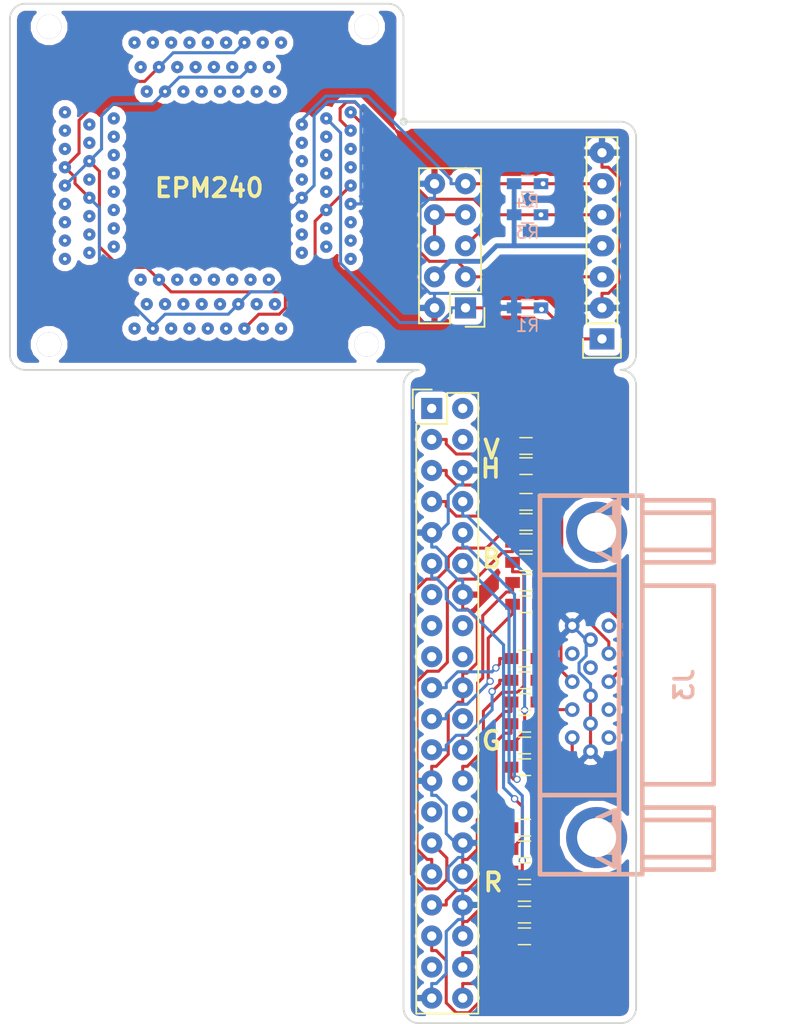
<source format=kicad_pcb>
(kicad_pcb (version 4) (host pcbnew 4.0.7)
  (layers (0 F.Cu signal) (31 B.Cu signal) (34 B.Paste user) (35 F.Paste user) (36 B.SilkS user) (37 F.SilkS user) (38 B.Mask user) (39 F.Mask user) (44 Edge.Cuts user))
  (net 0 "")
  (net 1 /TCK)
  (net 2 /GND)
  (net 3 /TDO)
  (net 4 "/VCC(TRGT)")
  (net 5 /TMS)
  (net 6 /NC)
  (net 7 /TDI)
  (net 8 "Net-(J3-Pad4)")
  (net 9 "Net-(J3-Pad9)")
  (net 10 "Net-(J3-Pad11)")
  (net 11 "Net-(J3-Pad12)")
  (net 12 "Net-(J3-Pad15)")
  (net 13 "Net-(J4-Pad1)")
  (net 14 "Net-(J4-Pad2)")
  (net 15 "Net-(J4-Pad4)")
  (net 16 /B2)
  (net 17 "Net-(J4-Pad13)")
  (net 18 "Net-(J4-Pad15)")
  (net 19 "Net-(J4-Pad16)")
  (net 20 "Net-(J4-Pad17)")
  (net 21 "Net-(J4-Pad18)")
  (net 22 "Net-(J4-Pad22)")
  (net 23 /B4)
  (net 24 "Net-(J4-Pad27)")
  (net 25 "Net-(J4-Pad28)")
  (net 26 /B3)
  (net 27 "Net-(J4-Pad37)")
  (net 28 /Blue)
  (net 29 /Green)
  (net 30 /Red)
  (net 31 /HSync)
  (net 32 /VSync)
  (net 33 /piVSYNC)
  (net 34 /piHSYNC)
  (net 35 /G6)
  (net 36 /G7)
  (net 37 /R3)
  (net 38 /R4)
  (net 39 /G2)
  (net 40 /B7)
  (net 41 /G3)
  (net 42 /B6)
  (net 43 /B5)
  (net 44 /G4)
  (net 45 /G5)
  (net 46 /R5)
  (net 47 /R2)
  (net 48 /R6)
  (net 49 /R7)
  (net 50 /3V3)
  (net 51 "Net-(U1-Pad76)")
  (net 52 "Net-(U1-Pad77)")
  (net 53 "Net-(U1-Pad78)")
  (net 54 "Net-(U1-Pad81)")
  (net 55 "Net-(U1-Pad82)")
  (net 56 "Net-(U1-Pad83)")
  (net 57 "Net-(U1-Pad84)")
  (net 58 "Net-(U1-Pad85)")
  (net 59 "Net-(U1-Pad86)")
  (net 60 "Net-(U1-Pad87)")
  (net 61 "Net-(U1-Pad88)")
  (net 62 "Net-(U1-Pad89)")
  (net 63 "Net-(U1-Pad90)")
  (net 64 "Net-(U1-Pad91)")
  (net 65 "Net-(U1-Pad92)")
  (net 66 "Net-(U1-Pad95)")
  (net 67 "Net-(U1-Pad96)")
  (net 68 "Net-(U1-Pad97)")
  (net 69 "Net-(U1-Pad98)")
  (net 70 "Net-(U1-Pad99)")
  (net 71 "Net-(U1-Pad100)")
  (net 72 "Net-(U1-Pad75)")
  (net 73 "Net-(U1-Pad74)")
  (net 74 "Net-(U1-Pad73)")
  (net 75 "Net-(U1-Pad72)")
  (net 76 "Net-(U1-Pad71)")
  (net 77 "Net-(U1-Pad70)")
  (net 78 "Net-(U1-Pad69)")
  (net 79 "Net-(U1-Pad68)")
  (net 80 "Net-(U1-Pad67)")
  (net 81 "Net-(U1-Pad66)")
  (net 82 "Net-(U1-Pad64)")
  (net 83 "Net-(U1-Pad62)")
  (net 84 "Net-(U1-Pad61)")
  (net 85 "Net-(U1-Pad58)")
  (net 86 "Net-(U1-Pad57)")
  (net 87 "Net-(U1-Pad56)")
  (net 88 "Net-(U1-Pad55)")
  (net 89 "Net-(U1-Pad54)")
  (net 90 "Net-(U1-Pad53)")
  (net 91 "Net-(U1-Pad52)")
  (net 92 "Net-(U1-Pad51)")
  (net 93 "Net-(U1-Pad50)")
  (net 94 "Net-(U1-Pad49)")
  (net 95 "Net-(U1-Pad48)")
  (net 96 "Net-(U1-Pad47)")
  (net 97 "Net-(U1-Pad44)")
  (net 98 "Net-(U1-Pad43)")
  (net 99 "Net-(U1-Pad42)")
  (net 100 "Net-(U1-Pad41)")
  (net 101 "Net-(U1-Pad40)")
  (net 102 "Net-(U1-Pad39)")
  (net 103 "Net-(U1-Pad38)")
  (net 104 "Net-(U1-Pad37)")
  (net 105 "Net-(U1-Pad36)")
  (net 106 "Net-(U1-Pad35)")
  (net 107 "Net-(U1-Pad34)")
  (net 108 "Net-(U1-Pad33)")
  (net 109 "Net-(U1-Pad30)")
  (net 110 "Net-(U1-Pad29)")
  (net 111 "Net-(U1-Pad28)")
  (net 112 "Net-(U1-Pad27)")
  (net 113 "Net-(U1-Pad26)")
  (net 114 "Net-(U1-Pad1)")
  (net 115 "Net-(U1-Pad2)")
  (net 116 "Net-(U1-Pad3)")
  (net 117 "Net-(U1-Pad4)")
  (net 118 "Net-(U1-Pad5)")
  (net 119 "Net-(U1-Pad6)")
  (net 120 "Net-(U1-Pad7)")
  (net 121 "Net-(U1-Pad8)")
  (net 122 "Net-(U1-Pad12)")
  (net 123 "Net-(U1-Pad14)")
  (net 124 "Net-(U1-Pad15)")
  (net 125 "Net-(U1-Pad16)")
  (net 126 "Net-(U1-Pad17)")
  (net 127 "Net-(U1-Pad18)")
  (net 128 "Net-(U1-Pad19)")
  (net 129 "Net-(U1-Pad20)")
  (net 130 "Net-(U1-Pad21)")
  (module Resistors_SMD:R_0603_HandSoldering (layer F.Cu) (at 97.536 99.568 180)
    (fp_text reference R23 hide)
    (fp_text value R)
    (pad 1 smd rect (at -1.1 0 180) (size 1.2 0.9) (layers F.Cu F.Paste F.Mask) (net 32 /VSync))
    (pad 2 smd rect (at 1.1 0 180) (size 1.2 0.9) (layers F.Cu F.Paste F.Mask) (net 33 /piVSYNC))
  )
  (module Resistors_SMD:R_0603_HandSoldering (layer F.Cu) (at 97.536 104.14 180)
    (fp_text reference R5 hide)
    (fp_text value R)
    (pad 1 smd rect (at -1.1 0 180) (size 1.2 0.9) (layers F.Cu F.Paste F.Mask) (net 28 /Blue))
    (pad 2 smd rect (at 1.1 0 180) (size 1.2 0.9) (layers F.Cu F.Paste F.Mask) (net 16 /B2))
  )
  (module Resistors_SMD:R_0603_HandSoldering (layer F.Cu) (at 97.536 101.219)
    (fp_text reference R24 hide)
    (fp_text value R)
    (pad 1 smd rect (at -1.1 0) (size 1.2 0.9) (layers F.Cu F.Paste F.Mask) (net 31 /HSync))
    (pad 2 smd rect (at 1.1 0) (size 1.2 0.9) (layers F.Cu F.Paste F.Mask) (net 34 /piHSYNC))
  )
  (module Resistors_SMD:R_0603_HandSoldering (layer F.Cu) (at 97.536 105.791 180)
    (fp_text reference R6 hide)
    (fp_text value R)
    (pad 1 smd rect (at -1.1 0 180) (size 1.2 0.9) (layers F.Cu F.Paste F.Mask) (net 28 /Blue))
    (pad 2 smd rect (at 1.1 0 180) (size 1.2 0.9) (layers F.Cu F.Paste F.Mask) (net 26 /B3))
  )
  (module Resistors_SMD:R_0603_HandSoldering (layer F.Cu) (at 97.536 110.744 180)
    (fp_text reference R9 hide)
    (fp_text value R hide)
    (pad 1 smd rect (at -1.1 0 180) (size 1.2 0.9) (layers F.Cu F.Paste F.Mask) (net 28 /Blue))
    (pad 2 smd rect (at 1.1 0 180) (size 1.2 0.9) (layers F.Cu F.Paste F.Mask) (net 42 /B6))
  )
  (module Resistors_SMD:R_0603_HandSoldering (layer F.Cu) (at 97.536 107.442 180)
    (fp_text reference R7 hide)
    (fp_text value R)
    (pad 1 smd rect (at -1.1 0 180) (size 1.2 0.9) (layers F.Cu F.Paste F.Mask) (net 28 /Blue))
    (pad 2 smd rect (at 1.1 0 180) (size 1.2 0.9) (layers F.Cu F.Paste F.Mask) (net 23 /B4))
  )
  (module Resistors_SMD:R_0603_HandSoldering (layer F.Cu) (at 97.536 109.093 180)
    (fp_text reference R8 hide)
    (fp_text value R)
    (pad 1 smd rect (at -1.1 0 180) (size 1.2 0.9) (layers F.Cu F.Paste F.Mask) (net 28 /Blue))
    (pad 2 smd rect (at 1.1 0 180) (size 1.2 0.9) (layers F.Cu F.Paste F.Mask) (net 43 /B5))
  )
  (module Resistors_SMD:R_0603_HandSoldering (layer F.Cu) (at 97.536 112.522 180)
    (fp_text reference R10 hide)
    (fp_text value R)
    (pad 1 smd rect (at -1.1 0 180) (size 1.2 0.9) (layers F.Cu F.Paste F.Mask) (net 28 /Blue))
    (pad 2 smd rect (at 1.1 0 180) (size 1.2 0.9) (layers F.Cu F.Paste F.Mask) (net 40 /B7))
  )
  (module Resistors_SMD:R_0603_HandSoldering (layer F.Cu) (at 97.409 139.7 180)
    (fp_text reference R16 hide)
    (fp_text value R)
    (pad 1 smd rect (at -1.1 0 180) (size 1.2 0.9) (layers F.Cu F.Paste F.Mask) (net 30 /Red))
    (pad 2 smd rect (at 1.1 0 180) (size 1.2 0.9) (layers F.Cu F.Paste F.Mask) (net 49 /R7))
  )
  (module Pin_Headers:Pin_Header_Straight_2x20 (layer F.Cu) (at 89.8144 96.4946)
    (fp_text reference J4 hide)
    (fp_text value Raspberry_Pi_2_3)
    (pad 1 thru_hole rect (at 0 0) (size 1.7272 1.7272) (drill 0.76) (layers *.Cu *.Mask) (net 13 "Net-(J4-Pad1)"))
    (pad 2 thru_hole oval (at 2.54 0) (size 1.7272 1.7272) (drill 0.76) (layers *.Cu *.Mask) (net 14 "Net-(J4-Pad2)"))
    (pad 3 thru_hole oval (at 0 2.54) (size 1.7272 1.7272) (drill 0.76) (layers *.Cu *.Mask) (net 33 /piVSYNC))
    (pad 4 thru_hole oval (at 2.54 2.54) (size 1.7272 1.7272) (drill 0.76) (layers *.Cu *.Mask) (net 15 "Net-(J4-Pad4)"))
    (pad 5 thru_hole oval (at 0 5.08) (size 1.7272 1.7272) (drill 0.76) (layers *.Cu *.Mask) (net 34 /piHSYNC))
    (pad 6 thru_hole oval (at 2.54 5.08) (size 1.7272 1.7272) (drill 0.76) (layers *.Cu *.Mask) (net 2 /GND))
    (pad 7 thru_hole oval (at 0 7.62) (size 1.7272 1.7272) (drill 0.76) (layers *.Cu *.Mask) (net 16 /B2))
    (pad 8 thru_hole oval (at 2.54 7.62) (size 1.7272 1.7272) (drill 0.76) (layers *.Cu *.Mask) (net 35 /G6))
    (pad 9 thru_hole oval (at 0 10.16) (size 1.7272 1.7272) (drill 0.76) (layers *.Cu *.Mask) (net 2 /GND))
    (pad 10 thru_hole oval (at 2.54 10.16) (size 1.7272 1.7272) (drill 0.76) (layers *.Cu *.Mask) (net 36 /G7))
    (pad 11 thru_hole oval (at 0 12.7) (size 1.7272 1.7272) (drill 0.76) (layers *.Cu *.Mask) (net 37 /R3))
    (pad 12 thru_hole oval (at 2.54 12.7) (size 1.7272 1.7272) (drill 0.76) (layers *.Cu *.Mask) (net 38 /R4))
    (pad 13 thru_hole oval (at 0 15.24) (size 1.7272 1.7272) (drill 0.76) (layers *.Cu *.Mask) (net 17 "Net-(J4-Pad13)"))
    (pad 14 thru_hole oval (at 2.54 15.24) (size 1.7272 1.7272) (drill 0.76) (layers *.Cu *.Mask) (net 2 /GND))
    (pad 15 thru_hole oval (at 0 17.78) (size 1.7272 1.7272) (drill 0.76) (layers *.Cu *.Mask) (net 18 "Net-(J4-Pad15)"))
    (pad 16 thru_hole oval (at 2.54 17.78) (size 1.7272 1.7272) (drill 0.76) (layers *.Cu *.Mask) (net 19 "Net-(J4-Pad16)"))
    (pad 17 thru_hole oval (at 0 20.32) (size 1.7272 1.7272) (drill 0.76) (layers *.Cu *.Mask) (net 20 "Net-(J4-Pad17)"))
    (pad 18 thru_hole oval (at 2.54 20.32) (size 1.7272 1.7272) (drill 0.76) (layers *.Cu *.Mask) (net 21 "Net-(J4-Pad18)"))
    (pad 19 thru_hole oval (at 0 22.86) (size 1.7272 1.7272) (drill 0.76) (layers *.Cu *.Mask) (net 39 /G2))
    (pad 20 thru_hole oval (at 2.54 22.86) (size 1.7272 1.7272) (drill 0.76) (layers *.Cu *.Mask) (net 2 /GND))
    (pad 21 thru_hole oval (at 0 25.4) (size 1.7272 1.7272) (drill 0.76) (layers *.Cu *.Mask) (net 40 /B7))
    (pad 22 thru_hole oval (at 2.54 25.4) (size 1.7272 1.7272) (drill 0.76) (layers *.Cu *.Mask) (net 22 "Net-(J4-Pad22)"))
    (pad 23 thru_hole oval (at 0 27.94) (size 1.7272 1.7272) (drill 0.76) (layers *.Cu *.Mask) (net 41 /G3))
    (pad 24 thru_hole oval (at 2.54 27.94) (size 1.7272 1.7272) (drill 0.76) (layers *.Cu *.Mask) (net 42 /B6))
    (pad 25 thru_hole oval (at 0 30.48) (size 1.7272 1.7272) (drill 0.76) (layers *.Cu *.Mask) (net 2 /GND))
    (pad 26 thru_hole oval (at 2.54 30.48) (size 1.7272 1.7272) (drill 0.76) (layers *.Cu *.Mask) (net 43 /B5))
    (pad 27 thru_hole oval (at 0 33.02) (size 1.7272 1.7272) (drill 0.76) (layers *.Cu *.Mask) (net 24 "Net-(J4-Pad27)"))
    (pad 28 thru_hole oval (at 2.54 33.02) (size 1.7272 1.7272) (drill 0.76) (layers *.Cu *.Mask) (net 25 "Net-(J4-Pad28)"))
    (pad 29 thru_hole oval (at 0 35.56) (size 1.7272 1.7272) (drill 0.76) (layers *.Cu *.Mask) (net 26 /B3))
    (pad 30 thru_hole oval (at 2.54 35.56) (size 1.7272 1.7272) (drill 0.76) (layers *.Cu *.Mask) (net 2 /GND))
    (pad 31 thru_hole oval (at 0 38.1) (size 1.7272 1.7272) (drill 0.76) (layers *.Cu *.Mask) (net 23 /B4))
    (pad 32 thru_hole oval (at 2.54 38.1) (size 1.7272 1.7272) (drill 0.76) (layers *.Cu *.Mask) (net 44 /G4))
    (pad 33 thru_hole oval (at 0 40.64) (size 1.7272 1.7272) (drill 0.76) (layers *.Cu *.Mask) (net 45 /G5))
    (pad 34 thru_hole oval (at 2.54 40.64) (size 1.7272 1.7272) (drill 0.76) (layers *.Cu *.Mask) (net 2 /GND))
    (pad 35 thru_hole oval (at 0 43.18) (size 1.7272 1.7272) (drill 0.76) (layers *.Cu *.Mask) (net 46 /R5))
    (pad 36 thru_hole oval (at 2.54 43.18) (size 1.7272 1.7272) (drill 0.76) (layers *.Cu *.Mask) (net 47 /R2))
    (pad 37 thru_hole oval (at 0 45.72) (size 1.7272 1.7272) (drill 0.76) (layers *.Cu *.Mask) (net 27 "Net-(J4-Pad37)"))
    (pad 38 thru_hole oval (at 2.54 45.72) (size 1.7272 1.7272) (drill 0.76) (layers *.Cu *.Mask) (net 48 /R6))
    (pad 39 thru_hole oval (at 0 48.26) (size 1.7272 1.7272) (drill 0.76) (layers *.Cu *.Mask) (net 2 /GND))
    (pad 40 thru_hole oval (at 2.54 48.26) (size 1.7272 1.7272) (drill 0.76) (layers *.Cu *.Mask) (net 49 /R7))
  )
  (module Resistors_SMD:R_0603_HandSoldering (layer F.Cu) (at 97.409 130.81 180)
    (fp_text reference R11 hide)
    (fp_text value R)
    (pad 1 smd rect (at -1.1 0 180) (size 1.2 0.9) (layers F.Cu F.Paste F.Mask) (net 30 /Red))
    (pad 2 smd rect (at 1.1 0 180) (size 1.2 0.9) (layers F.Cu F.Paste F.Mask) (net 47 /R2))
  )
  (module Resistors_SMD:R_0603_HandSoldering (layer F.Cu) (at 97.409 124.079 180)
    (fp_text reference R21 hide)
    (fp_text value R)
    (pad 1 smd rect (at -1.1 0 180) (size 1.2 0.9) (layers F.Cu F.Paste F.Mask) (net 29 /Green))
    (pad 2 smd rect (at 1.1 0 180) (size 1.2 0.9) (layers F.Cu F.Paste F.Mask) (net 35 /G6))
  )
  (module Resistors_SMD:R_0603_HandSoldering (layer F.Cu) (at 97.409 125.857 180)
    (fp_text reference R22 hide)
    (fp_text value R)
    (pad 1 smd rect (at -1.1 0 180) (size 1.2 0.9) (layers F.Cu F.Paste F.Mask) (net 29 /Green))
    (pad 2 smd rect (at 1.1 0 180) (size 1.2 0.9) (layers F.Cu F.Paste F.Mask) (net 36 /G7))
  )
  (module Resistors_SMD:R_0603_HandSoldering (layer F.Cu) (at 97.409 132.588 180)
    (fp_text reference R12 hide)
    (fp_text value R)
    (pad 1 smd rect (at -1.1 0 180) (size 1.2 0.9) (layers F.Cu F.Paste F.Mask) (net 30 /Red))
    (pad 2 smd rect (at 1.1 0 180) (size 1.2 0.9) (layers F.Cu F.Paste F.Mask) (net 37 /R3))
  )
  (module Resistors_SMD:R_0603_HandSoldering (layer F.Cu) (at 97.409 137.922 180)
    (fp_text reference R15 hide)
    (fp_text value R hide)
    (pad 1 smd rect (at -1.1 0 180) (size 1.2 0.9) (layers F.Cu F.Paste F.Mask) (net 30 /Red))
    (pad 2 smd rect (at 1.1 0 180) (size 1.2 0.9) (layers F.Cu F.Paste F.Mask) (net 48 /R6))
  )
  (module Resistors_SMD:R_0603_HandSoldering (layer F.Cu) (at 97.409 136.144 180)
    (fp_text reference R14 hide)
    (fp_text value R hide)
    (pad 1 smd rect (at -1.1 0 180) (size 1.2 0.9) (layers F.Cu F.Paste F.Mask) (net 30 /Red))
    (pad 2 smd rect (at 1.1 0 180) (size 1.2 0.9) (layers F.Cu F.Paste F.Mask) (net 46 /R5))
  )
  (module Resistors_SMD:R_0603_HandSoldering (layer F.Cu) (at 97.409 134.366 180)
    (fp_text reference R13 hide)
    (fp_text value R hide)
    (pad 1 smd rect (at -1.1 0 180) (size 1.2 0.9) (layers F.Cu F.Paste F.Mask) (net 30 /Red))
    (pad 2 smd rect (at 1.1 0 180) (size 1.2 0.9) (layers F.Cu F.Paste F.Mask) (net 38 /R4))
  )
  (module Resistors_SMD:R_0603_HandSoldering (layer F.Cu) (at 97.409 116.967 180)
    (fp_text reference R17 hide)
    (fp_text value R)
    (pad 1 smd rect (at -1.1 0 180) (size 1.2 0.9) (layers F.Cu F.Paste F.Mask) (net 29 /Green))
    (pad 2 smd rect (at 1.1 0 180) (size 1.2 0.9) (layers F.Cu F.Paste F.Mask) (net 39 /G2))
  )
  (module Resistors_SMD:R_0603_HandSoldering (layer F.Cu) (at 97.409 118.745 180)
    (fp_text reference R18 hide)
    (fp_text value R hide)
    (pad 1 smd rect (at -1.1 0 180) (size 1.2 0.9) (layers F.Cu F.Paste F.Mask) (net 29 /Green))
    (pad 2 smd rect (at 1.1 0 180) (size 1.2 0.9) (layers F.Cu F.Paste F.Mask) (net 41 /G3))
  )
  (module Resistors_SMD:R_0603_HandSoldering (layer F.Cu) (at 97.409 122.301 180)
    (fp_text reference R20 hide)
    (fp_text value R)
    (pad 1 smd rect (at -1.1 0 180) (size 1.2 0.9) (layers F.Cu F.Paste F.Mask) (net 29 /Green))
    (pad 2 smd rect (at 1.1 0 180) (size 1.2 0.9) (layers F.Cu F.Paste F.Mask) (net 45 /G5))
  )
  (module Resistors_SMD:R_0603_HandSoldering (layer F.Cu) (at 97.409 120.523 180)
    (fp_text reference R19 hide)
    (fp_text value R hide)
    (pad 1 smd rect (at -1.1 0 180) (size 1.2 0.9) (layers F.Cu F.Paste F.Mask) (net 29 /Green))
    (pad 2 smd rect (at 1.1 0 180) (size 1.2 0.9) (layers F.Cu F.Paste F.Mask) (net 44 /G4))
  )
  (module Pin_Headers:Pin_Header_Straight_2x05 (layer F.Cu) (at 92.583 88.265 180)
    (fp_text reference J1 hide)
    (fp_text value Conn_02x05_Odd_Even)
    (pad 1 thru_hole rect (at 0 0 180) (size 1.7272 1.7272) (drill 0.76) (layers *.Cu *.Mask) (net 1 /TCK))
    (pad 2 thru_hole oval (at 2.54 0 180) (size 1.7272 1.7272) (drill 0.76) (layers *.Cu *.Mask) (net 2 /GND))
    (pad 3 thru_hole oval (at 0 2.54 180) (size 1.7272 1.7272) (drill 0.76) (layers *.Cu *.Mask) (net 3 /TDO))
    (pad 4 thru_hole oval (at 2.54 2.54 180) (size 1.7272 1.7272) (drill 0.76) (layers *.Cu *.Mask) (net 4 "/VCC(TRGT)"))
    (pad 5 thru_hole oval (at 0 5.08 180) (size 1.7272 1.7272) (drill 0.76) (layers *.Cu *.Mask) (net 5 /TMS))
    (pad 6 thru_hole oval (at 2.54 5.08 180) (size 1.7272 1.7272) (drill 0.76) (layers *.Cu *.Mask) (net 6 /NC))
    (pad 7 thru_hole oval (at 0 7.62 180) (size 1.7272 1.7272) (drill 0.76) (layers *.Cu *.Mask) (net 6 /NC))
    (pad 8 thru_hole oval (at 2.54 7.62 180) (size 1.7272 1.7272) (drill 0.76) (layers *.Cu *.Mask) (net 6 /NC))
    (pad 9 thru_hole oval (at 0 10.16 180) (size 1.7272 1.7272) (drill 0.76) (layers *.Cu *.Mask) (net 7 /TDI))
    (pad 10 thru_hole oval (at 2.54 10.16 180) (size 1.7272 1.7272) (drill 0.76) (layers *.Cu *.Mask) (net 2 /GND))
  )
  (module Pin_Headers:Pin_Header_Straight_1x07 (layer F.Cu) (at 103.759 90.805 180)
    (fp_text reference J2 hide)
    (fp_text value Conn_01x07_Male)
    (pad 1 thru_hole rect (at 0 0 180) (size 2.032 1.7272) (drill 0.76) (layers *.Cu *.Mask) (net 1 /TCK))
    (pad 2 thru_hole oval (at 0 2.54 180) (size 2.032 1.7272) (drill 0.76) (layers *.Cu *.Mask) (net 2 /GND))
    (pad 3 thru_hole oval (at 0 5.08 180) (size 2.032 1.7272) (drill 0.76) (layers *.Cu *.Mask) (net 3 /TDO))
    (pad 4 thru_hole oval (at 0 7.62 180) (size 2.032 1.7272) (drill 0.76) (layers *.Cu *.Mask) (net 4 "/VCC(TRGT)"))
    (pad 5 thru_hole oval (at 0 10.16 180) (size 2.032 1.7272) (drill 0.76) (layers *.Cu *.Mask) (net 5 /TMS))
    (pad 6 thru_hole oval (at 0 12.7 180) (size 2.032 1.7272) (drill 0.76) (layers *.Cu *.Mask) (net 7 /TDI))
    (pad 7 thru_hole oval (at 0 15.24 180) (size 2.032 1.7272) (drill 0.76) (layers *.Cu *.Mask) (net 2 /GND))
  )
  (module Resistors_SMD:R_0603_HandSoldering (layer B.Cu) (at 97.663 88.265)
    (fp_text reference R1 (at 0 1.45) (layer B.SilkS) (effects (justify mirror)))
    (fp_text value R)
    (pad 1 smd rect (at -1.1 0) (size 1.2 0.9) (layers B.Cu B.Paste B.Mask) (net 2 /GND))
    (pad 2 smd rect (at 1.1 0) (size 1.2 0.9) (layers B.Cu B.Paste B.Mask) (net 1 /TCK))
  )
  (module Resistors_SMD:R_0603_HandSoldering (layer B.Cu) (at 97.663 80.645)
    (fp_text reference R3 (at 0 1.45) (layer B.SilkS) (effects (justify mirror)))
    (fp_text value R)
    (pad 1 smd rect (at -1.1 0) (size 1.2 0.9) (layers B.Cu B.Paste B.Mask) (net 4 "/VCC(TRGT)"))
    (pad 2 smd rect (at 1.1 0) (size 1.2 0.9) (layers B.Cu B.Paste B.Mask) (net 5 /TMS))
  )
  (module Resistors_SMD:R_0603_HandSoldering (layer B.Cu) (at 97.663 78.105)
    (fp_text reference R4 (at 0 1.45) (layer B.SilkS) (effects (justify mirror)))
    (fp_text value R)
    (pad 1 smd rect (at -1.1 0) (size 1.2 0.9) (layers B.Cu B.Paste B.Mask) (net 4 "/VCC(TRGT)"))
    (pad 2 smd rect (at 1.1 0) (size 1.2 0.9) (layers B.Cu B.Paste B.Mask) (net 7 /TDI))
  )
  (module msx:DB_15F-VGA (layer B.Cu) (at 105.791 119.126 270)
    (fp_text reference J3 (at 0 -4.699 270) (layer B.SilkS) (effects (font (thickness 0.3048)) (justify mirror)))
    (fp_text value DB15_Female_HighDensity hide)
    (pad "" thru_hole circle (at 12.49426 2.47142 270) (size 5.00126 5.00126) (drill 3.2004) (layers *.Cu *.Mask))
    (pad 3 thru_hole circle (at -0.2667 4.4704 270) (size 1.19888 1.19888) (drill 0.65024) (layers *.Cu *.Mask) (net 28 /Blue))
    (pad 2 thru_hole circle (at 2.0193 4.4704 270) (size 1.19888 1.19888) (drill 0.65024) (layers *.Cu *.Mask) (net 29 /Green))
    (pad 1 thru_hole circle (at 4.31038 4.4704 270) (size 1.19888 1.19888) (drill 0.65024) (layers *.Cu *.Mask) (net 30 /Red))
    (pad 4 thru_hole circle (at -2.56032 4.4704 270) (size 1.19888 1.19888) (drill 0.65024) (layers *.Cu *.Mask) (net 8 "Net-(J3-Pad4)"))
    (pad 5 thru_hole circle (at -4.84886 4.4704 270) (size 1.19888 1.19888) (drill 0.65024) (layers *.Cu *.Mask) (net 2 /GND))
    (pad 9 thru_hole circle (at -1.41478 2.9718 270) (size 1.19888 1.19888) (drill 0.65024) (layers *.Cu *.Mask) (net 9 "Net-(J3-Pad9)"))
    (pad 8 thru_hole circle (at 0.87376 2.9718 270) (size 1.19888 1.19888) (drill 0.65024) (layers *.Cu *.Mask) (net 2 /GND))
    (pad 7 thru_hole circle (at 3.16484 2.9718 270) (size 1.19888 1.19888) (drill 0.65024) (layers *.Cu *.Mask) (net 2 /GND))
    (pad 6 thru_hole circle (at 5.45592 2.9718 270) (size 1.19888 1.19888) (drill 0.65024) (layers *.Cu *.Mask) (net 2 /GND))
    (pad "" thru_hole circle (at -12.49426 2.47142 270) (size 5.00126 5.00126) (drill 3.2004) (layers *.Cu *.Mask))
    (pad 10 thru_hole circle (at -3.70586 2.9718 270) (size 1.19888 1.19888) (drill 0.65024) (layers *.Cu *.Mask) (net 2 /GND))
    (pad 11 thru_hole circle (at 4.31038 1.47066 270) (size 1.19888 1.19888) (drill 0.65024) (layers *.Cu *.Mask) (net 10 "Net-(J3-Pad11)"))
    (pad 12 thru_hole circle (at 2.0193 1.47066 270) (size 1.19888 1.19888) (drill 0.65024) (layers *.Cu *.Mask) (net 11 "Net-(J3-Pad12)"))
    (pad 13 thru_hole circle (at -0.26924 1.4732 270) (size 1.19888 1.19888) (drill 0.65024) (layers *.Cu *.Mask) (net 31 /HSync))
    (pad 14 thru_hole circle (at -2.56032 1.47066 270) (size 1.19888 1.19888) (drill 0.65024) (layers *.Cu *.Mask) (net 32 /VSync))
    (pad 15 thru_hole circle (at -4.84886 1.47066 270) (size 1.19888 1.19888) (drill 0.65024) (layers *.Cu *.Mask) (net 12 "Net-(J3-Pad15)"))
  )
  (module msx:tqfp100 (layer F.Cu) (at 71.4756 78.2574 90)
    (fp_text reference U1 hide)
    (fp_text value MaxII_EPM240)
    (pad "" thru_hole circle (at 13 13) (size 2 2) (drill 2) (layers *.Cu *.Mask))
    (pad "" thru_hole circle (at -13 13) (size 2 2) (drill 2) (layers *.Cu *.Mask))
    (pad "" thru_hole circle (at 13 -13) (size 2 2) (drill 2) (layers *.Cu *.Mask))
    (pad 76 thru_hole circle (at -11.7 -6) (size 1 1) (drill 0.31) (layers *.Cu *.Mask) (net 51 "Net-(U1-Pad76)"))
    (pad 77 thru_hole circle (at -7.7 -5.5) (size 1 1) (drill 0.31) (layers *.Cu *.Mask) (net 52 "Net-(U1-Pad77)"))
    (pad 78 thru_hole circle (at -9.7 -5) (size 1 1) (drill 0.31) (layers *.Cu *.Mask) (net 53 "Net-(U1-Pad78)"))
    (pad 79 thru_hole circle (at -11.7 -4.5) (size 1 1) (drill 0.31) (layers *.Cu *.Mask) (net 2 /GND))
    (pad 80 thru_hole circle (at -7.7 -4) (size 1 1) (drill 0.31) (layers *.Cu *.Mask) (net 50 /3V3))
    (pad 81 thru_hole circle (at -9.7 -3.5) (size 1 1) (drill 0.31) (layers *.Cu *.Mask) (net 54 "Net-(U1-Pad81)"))
    (pad 82 thru_hole circle (at -11.7 -3) (size 1 1) (drill 0.31) (layers *.Cu *.Mask) (net 55 "Net-(U1-Pad82)"))
    (pad 83 thru_hole circle (at -7.7 -2.5) (size 1 1) (drill 0.31) (layers *.Cu *.Mask) (net 56 "Net-(U1-Pad83)"))
    (pad 84 thru_hole circle (at -9.7 -2) (size 1 1) (drill 0.31) (layers *.Cu *.Mask) (net 57 "Net-(U1-Pad84)"))
    (pad 85 thru_hole circle (at -11.7 -1.5) (size 1 1) (drill 0.31) (layers *.Cu *.Mask) (net 58 "Net-(U1-Pad85)"))
    (pad 86 thru_hole circle (at -7.7 -1) (size 1 1) (drill 0.31) (layers *.Cu *.Mask) (net 59 "Net-(U1-Pad86)"))
    (pad 87 thru_hole circle (at -9.7 -0.5) (size 1 1) (drill 0.31) (layers *.Cu *.Mask) (net 60 "Net-(U1-Pad87)"))
    (pad 88 thru_hole circle (at -11.7 0) (size 1 1) (drill 0.31) (layers *.Cu *.Mask) (net 61 "Net-(U1-Pad88)"))
    (pad 89 thru_hole circle (at -7.7 0.5) (size 1 1) (drill 0.31) (layers *.Cu *.Mask) (net 62 "Net-(U1-Pad89)"))
    (pad 90 thru_hole circle (at -9.7 1) (size 1 1) (drill 0.31) (layers *.Cu *.Mask) (net 63 "Net-(U1-Pad90)"))
    (pad 91 thru_hole circle (at -11.7 1.5) (size 1 1) (drill 0.31) (layers *.Cu *.Mask) (net 64 "Net-(U1-Pad91)"))
    (pad 92 thru_hole circle (at -7.7 2) (size 1 1) (drill 0.31) (layers *.Cu *.Mask) (net 65 "Net-(U1-Pad92)"))
    (pad 93 thru_hole circle (at -9.7 2.5) (size 1 1) (drill 0.31) (layers *.Cu *.Mask) (net 2 /GND))
    (pad 94 thru_hole circle (at -11.7 3) (size 1 1) (drill 0.31) (layers *.Cu *.Mask) (net 50 /3V3))
    (pad 95 thru_hole circle (at -7.7 3.5) (size 1 1) (drill 0.31) (layers *.Cu *.Mask) (net 66 "Net-(U1-Pad95)"))
    (pad 96 thru_hole circle (at -9.7 4) (size 1 1) (drill 0.31) (layers *.Cu *.Mask) (net 67 "Net-(U1-Pad96)"))
    (pad 97 thru_hole circle (at -11.7 4.5) (size 1 1) (drill 0.31) (layers *.Cu *.Mask) (net 68 "Net-(U1-Pad97)"))
    (pad 98 thru_hole circle (at -7.7 5) (size 1 1) (drill 0.31) (layers *.Cu *.Mask) (net 69 "Net-(U1-Pad98)"))
    (pad 99 thru_hole circle (at -9.7 5.5) (size 1 1) (drill 0.31) (layers *.Cu *.Mask) (net 70 "Net-(U1-Pad99)"))
    (pad 100 thru_hole circle (at -11.7 6) (size 1 1) (drill 0.31) (layers *.Cu *.Mask) (net 71 "Net-(U1-Pad100)"))
    (pad 75 thru_hole circle (at -6 -11.7 270) (size 1 1) (drill 0.31) (layers *.Cu *.Mask) (net 72 "Net-(U1-Pad75)"))
    (pad 74 thru_hole circle (at -5.5 -9.7 270) (size 1 1) (drill 0.31) (layers *.Cu *.Mask) (net 73 "Net-(U1-Pad74)"))
    (pad 73 thru_hole circle (at -5 -7.7 270) (size 1 1) (drill 0.31) (layers *.Cu *.Mask) (net 74 "Net-(U1-Pad73)"))
    (pad 72 thru_hole circle (at -4.5 -11.7 270) (size 1 1) (drill 0.31) (layers *.Cu *.Mask) (net 75 "Net-(U1-Pad72)"))
    (pad 71 thru_hole circle (at -4 -9.7 270) (size 1 1) (drill 0.31) (layers *.Cu *.Mask) (net 76 "Net-(U1-Pad71)"))
    (pad 70 thru_hole circle (at -3.5 -7.7 270) (size 1 1) (drill 0.31) (layers *.Cu *.Mask) (net 77 "Net-(U1-Pad70)"))
    (pad 69 thru_hole circle (at -3 -11.7 270) (size 1 1) (drill 0.31) (layers *.Cu *.Mask) (net 78 "Net-(U1-Pad69)"))
    (pad 68 thru_hole circle (at -2.5 -9.7 270) (size 1 1) (drill 0.31) (layers *.Cu *.Mask) (net 79 "Net-(U1-Pad68)"))
    (pad 67 thru_hole circle (at -2 -7.7 270) (size 1 1) (drill 0.31) (layers *.Cu *.Mask) (net 80 "Net-(U1-Pad67)"))
    (pad 66 thru_hole circle (at -1.5 -11.7 270) (size 1 1) (drill 0.31) (layers *.Cu *.Mask) (net 81 "Net-(U1-Pad66)"))
    (pad 65 thru_hole circle (at -1 -9.7 270) (size 1 1) (drill 0.31) (layers *.Cu *.Mask) (net 2 /GND))
    (pad 64 thru_hole circle (at -0.5 -7.7 270) (size 1 1) (drill 0.31) (layers *.Cu *.Mask) (net 82 "Net-(U1-Pad64)"))
    (pad 63 thru_hole circle (at 0 -11.7 270) (size 1 1) (drill 0.31) (layers *.Cu *.Mask) (net 50 /3V3))
    (pad 62 thru_hole circle (at 0.5 -9.7 270) (size 1 1) (drill 0.31) (layers *.Cu *.Mask) (net 83 "Net-(U1-Pad62)"))
    (pad 61 thru_hole circle (at 1 -7.7 270) (size 1 1) (drill 0.31) (layers *.Cu *.Mask) (net 84 "Net-(U1-Pad61)"))
    (pad 60 thru_hole circle (at 1.5 -11.7 270) (size 1 1) (drill 0.31) (layers *.Cu *.Mask) (net 2 /GND))
    (pad 59 thru_hole circle (at 2 -9.7 270) (size 1 1) (drill 0.31) (layers *.Cu *.Mask) (net 50 /3V3))
    (pad 58 thru_hole circle (at 2.5 -7.7 270) (size 1 1) (drill 0.31) (layers *.Cu *.Mask) (net 85 "Net-(U1-Pad58)"))
    (pad 57 thru_hole circle (at 3 -11.7 270) (size 1 1) (drill 0.31) (layers *.Cu *.Mask) (net 86 "Net-(U1-Pad57)"))
    (pad 56 thru_hole circle (at 3.5 -9.7 270) (size 1 1) (drill 0.31) (layers *.Cu *.Mask) (net 87 "Net-(U1-Pad56)"))
    (pad 55 thru_hole circle (at 4 -7.7 270) (size 1 1) (drill 0.31) (layers *.Cu *.Mask) (net 88 "Net-(U1-Pad55)"))
    (pad 54 thru_hole circle (at 4.5 -11.7 270) (size 1 1) (drill 0.31) (layers *.Cu *.Mask) (net 89 "Net-(U1-Pad54)"))
    (pad 53 thru_hole circle (at 5 -9.7 270) (size 1 1) (drill 0.31) (layers *.Cu *.Mask) (net 90 "Net-(U1-Pad53)"))
    (pad 52 thru_hole circle (at 5.5 -7.7 270) (size 1 1) (drill 0.31) (layers *.Cu *.Mask) (net 91 "Net-(U1-Pad52)"))
    (pad 51 thru_hole circle (at 6 -11.7 270) (size 1 1) (drill 0.31) (layers *.Cu *.Mask) (net 92 "Net-(U1-Pad51)"))
    (pad 50 thru_hole circle (at 11.7 -6 180) (size 1 1) (drill 0.31) (layers *.Cu *.Mask) (net 93 "Net-(U1-Pad50)"))
    (pad 49 thru_hole circle (at 9.7 -5.5 180) (size 1 1) (drill 0.31) (layers *.Cu *.Mask) (net 94 "Net-(U1-Pad49)"))
    (pad 48 thru_hole circle (at 7.7 -5 180) (size 1 1) (drill 0.31) (layers *.Cu *.Mask) (net 95 "Net-(U1-Pad48)"))
    (pad 47 thru_hole circle (at 11.7 -4.5 180) (size 1 1) (drill 0.31) (layers *.Cu *.Mask) (net 96 "Net-(U1-Pad47)"))
    (pad 46 thru_hole circle (at 9.7 -4 180) (size 1 1) (drill 0.31) (layers *.Cu *.Mask) (net 2 /GND))
    (pad 45 thru_hole circle (at 7.7 -3.5 180) (size 1 1) (drill 0.31) (layers *.Cu *.Mask) (net 50 /3V3))
    (pad 44 thru_hole circle (at 11.7 -3 180) (size 1 1) (drill 0.31) (layers *.Cu *.Mask) (net 97 "Net-(U1-Pad44)"))
    (pad 43 thru_hole circle (at 9.7 -2.5 180) (size 1 1) (drill 0.31) (layers *.Cu *.Mask) (net 98 "Net-(U1-Pad43)"))
    (pad 42 thru_hole circle (at 7.7 -2 180) (size 1 1) (drill 0.31) (layers *.Cu *.Mask) (net 99 "Net-(U1-Pad42)"))
    (pad 41 thru_hole circle (at 11.7 -1.5 180) (size 1 1) (drill 0.31) (layers *.Cu *.Mask) (net 100 "Net-(U1-Pad41)"))
    (pad 40 thru_hole circle (at 9.7 -1 180) (size 1 1) (drill 0.31) (layers *.Cu *.Mask) (net 101 "Net-(U1-Pad40)"))
    (pad 39 thru_hole circle (at 7.7 -0.5 180) (size 1 1) (drill 0.31) (layers *.Cu *.Mask) (net 102 "Net-(U1-Pad39)"))
    (pad 38 thru_hole circle (at 11.7 0 180) (size 1 1) (drill 0.31) (layers *.Cu *.Mask) (net 103 "Net-(U1-Pad38)"))
    (pad 37 thru_hole circle (at 9.7 0.5 180) (size 1 1) (drill 0.31) (layers *.Cu *.Mask) (net 104 "Net-(U1-Pad37)"))
    (pad 36 thru_hole circle (at 7.7 1 180) (size 1 1) (drill 0.31) (layers *.Cu *.Mask) (net 105 "Net-(U1-Pad36)"))
    (pad 35 thru_hole circle (at 11.7 1.5 180) (size 1 1) (drill 0.31) (layers *.Cu *.Mask) (net 106 "Net-(U1-Pad35)"))
    (pad 34 thru_hole circle (at 9.7 2 180) (size 1 1) (drill 0.31) (layers *.Cu *.Mask) (net 107 "Net-(U1-Pad34)"))
    (pad 33 thru_hole circle (at 7.7 2.5 180) (size 1 1) (drill 0.31) (layers *.Cu *.Mask) (net 108 "Net-(U1-Pad33)"))
    (pad 32 thru_hole circle (at 11.7 3 180) (size 1 1) (drill 0.31) (layers *.Cu *.Mask) (net 2 /GND))
    (pad 31 thru_hole circle (at 9.7 3.5 180) (size 1 1) (drill 0.31) (layers *.Cu *.Mask) (net 50 /3V3))
    (pad 30 thru_hole circle (at 7.7 4 180) (size 1 1) (drill 0.31) (layers *.Cu *.Mask) (net 109 "Net-(U1-Pad30)"))
    (pad 29 thru_hole circle (at 11.7 4.5 180) (size 1 1) (drill 0.31) (layers *.Cu *.Mask) (net 110 "Net-(U1-Pad29)"))
    (pad 28 thru_hole circle (at 9.7 5 180) (size 1 1) (drill 0.31) (layers *.Cu *.Mask) (net 111 "Net-(U1-Pad28)"))
    (pad 27 thru_hole circle (at 7.7 5.5 180) (size 1 1) (drill 0.31) (layers *.Cu *.Mask) (net 112 "Net-(U1-Pad27)"))
    (pad 26 thru_hole circle (at 11.7 6 180) (size 1 1) (drill 0.31) (layers *.Cu *.Mask) (net 113 "Net-(U1-Pad26)"))
    (pad 1 thru_hole circle (at -6 11.7 90) (size 1 1) (drill 0.31) (layers *.Cu *.Mask) (net 114 "Net-(U1-Pad1)"))
    (pad 2 thru_hole circle (at -5.5 7.7 90) (size 1 1) (drill 0.31) (layers *.Cu *.Mask) (net 115 "Net-(U1-Pad2)"))
    (pad 3 thru_hole circle (at -5 9.7 90) (size 1 1) (drill 0.31) (layers *.Cu *.Mask) (net 116 "Net-(U1-Pad3)"))
    (pad 4 thru_hole circle (at -4.5 11.7 90) (size 1 1) (drill 0.31) (layers *.Cu *.Mask) (net 117 "Net-(U1-Pad4)"))
    (pad 5 thru_hole circle (at -4 7.7 90) (size 1 1) (drill 0.31) (layers *.Cu *.Mask) (net 118 "Net-(U1-Pad5)"))
    (pad 6 thru_hole circle (at -3.5 9.7 90) (size 1 1) (drill 0.31) (layers *.Cu *.Mask) (net 119 "Net-(U1-Pad6)"))
    (pad 7 thru_hole circle (at -3 11.7 90) (size 1 1) (drill 0.31) (layers *.Cu *.Mask) (net 120 "Net-(U1-Pad7)"))
    (pad 8 thru_hole circle (at -2.5 7.7 90) (size 1 1) (drill 0.31) (layers *.Cu *.Mask) (net 121 "Net-(U1-Pad8)"))
    (pad 9 thru_hole circle (at -2 9.7 90) (size 1 1) (drill 0.31) (layers *.Cu *.Mask) (net 50 /3V3))
    (pad 10 thru_hole circle (at -1.5 11.7 90) (size 1 1) (drill 0.31) (layers *.Cu *.Mask) (net 2 /GND))
    (pad 11 thru_hole circle (at -1 7.7 90) (size 1 1) (drill 0.31) (layers *.Cu *.Mask) (net 2 /GND))
    (pad 12 thru_hole circle (at -0.5 9.7 90) (size 1 1) (drill 0.31) (layers *.Cu *.Mask) (net 122 "Net-(U1-Pad12)"))
    (pad 13 thru_hole circle (at 0 11.7 90) (size 1 1) (drill 0.31) (layers *.Cu *.Mask) (net 50 /3V3))
    (pad 14 thru_hole circle (at 0.5 7.7 90) (size 1 1) (drill 0.31) (layers *.Cu *.Mask) (net 123 "Net-(U1-Pad14)"))
    (pad 15 thru_hole circle (at 1 9.7 90) (size 1 1) (drill 0.31) (layers *.Cu *.Mask) (net 124 "Net-(U1-Pad15)"))
    (pad 16 thru_hole circle (at 1.5 11.7 90) (size 1 1) (drill 0.31) (layers *.Cu *.Mask) (net 125 "Net-(U1-Pad16)"))
    (pad 17 thru_hole circle (at 2 7.7 90) (size 1 1) (drill 0.31) (layers *.Cu *.Mask) (net 126 "Net-(U1-Pad17)"))
    (pad 18 thru_hole circle (at 2.5 9.7 90) (size 1 1) (drill 0.31) (layers *.Cu *.Mask) (net 127 "Net-(U1-Pad18)"))
    (pad 19 thru_hole circle (at 3 11.7 90) (size 1 1) (drill 0.31) (layers *.Cu *.Mask) (net 128 "Net-(U1-Pad19)"))
    (pad 20 thru_hole circle (at 3.5 7.7 90) (size 1 1) (drill 0.31) (layers *.Cu *.Mask) (net 129 "Net-(U1-Pad20)"))
    (pad 21 thru_hole circle (at 4 9.7 90) (size 1 1) (drill 0.31) (layers *.Cu *.Mask) (net 130 "Net-(U1-Pad21)"))
    (pad 22 thru_hole circle (at 4.5 11.7 90) (size 1 1) (drill 0.31) (layers *.Cu *.Mask) (net 5 /TMS))
    (pad 23 thru_hole circle (at 5 7.7 90) (size 1 1) (drill 0.31) (layers *.Cu *.Mask) (net 7 /TDI))
    (pad 24 thru_hole circle (at 5.5 9.7 90) (size 1 1) (drill 0.31) (layers *.Cu *.Mask) (net 1 /TCK))
    (pad 25 thru_hole circle (at 6 11.7 90) (size 1 1) (drill 0.31) (layers *.Cu *.Mask) (net 3 /TDO))
    (pad "" thru_hole circle (at -13 -13) (size 2 2) (drill 2) (layers *.Cu *.Mask))
  )
  (gr_text EPM240 (at 71.59244 78.45044) (layer F.SilkS) (effects (font (size 1.5 1.5) (thickness 0.3))))
  (gr_arc (start 105.278861 74.299846) (end 105.293441 73.024787) (angle 86.8540803) (layer Edge.Cuts) (width 0.15))
  (gr_arc (start 105.283 92.06992) (end 106.553 92.06992) (angle 89.77086123) (layer Edge.Cuts) (width 0.15))
  (gr_arc (start 105.27858 94.614979) (end 105.29316 93.33992) (angle 87.07219198) (layer Edge.Cuts) (width 0.15))
  (gr_arc (start 105.283 145.542) (end 106.553 145.542) (angle 89.77086123) (layer Edge.Cuts) (width 0.15))
  (gr_arc (start 88.772637 145.542131) (end 88.772637 146.812131) (angle 88.63068063) (layer Edge.Cuts) (width 0.15))
  (gr_arc (start 88.773 94.615) (end 87.503 94.615) (angle 88.63068063) (layer Edge.Cuts) (width 0.15))
  (gr_arc (start 56.53532 92.075) (end 56.53532 93.345) (angle 85.60131887) (layer Edge.Cuts) (width 0.15))
  (gr_arc (start 56.53469 64.636697) (end 55.26469 64.636697) (angle 84.28940686) (layer Edge.Cuts) (width 0.15))
  (gr_arc (start 86.239303 64.64237) (end 86.239303 63.37237) (angle 84.28940686) (layer Edge.Cuts) (width 0.15))
  (gr_circle (center 87.51824 73.01992) (end 87.77224 73.01992) (layer Edge.Cuts) (width 0.15))
  (gr_line (start 87.503 64.516) (end 87.503 73.025) (angle 90) (layer Edge.Cuts) (width 0.15))
  (gr_line (start 56.40832 63.373) (end 86.239304 63.373) (angle 90) (layer Edge.Cuts) (width 0.15))
  (gr_line (start 55.2704 92.172404) (end 55.2704 64.636697) (angle 90) (layer Edge.Cuts) (width 0.15))
  (gr_line (start 88.742651 93.345) (end 56.53532 93.345) (angle 90) (layer Edge.Cuts) (width 0.15))
  (gr_text H (at 94.6404 101.4222) (layer F.SilkS) (effects (font (size 1.5 1.5) (thickness 0.3))))
  (gr_text V (at 94.7166 99.8474) (layer F.SilkS) (effects (font (size 1.5 1.5) (thickness 0.3))))
  (gr_text R (at 94.8436 135.2804) (layer F.SilkS) (effects (font (size 1.5 1.5) (thickness 0.3))))
  (gr_text G (at 94.6912 123.698) (layer F.SilkS) (effects (font (size 1.5 1.5) (thickness 0.3))))
  (gr_text B (at 94.7166 108.7882) (layer F.SilkS) (effects (font (size 1.5 1.5) (thickness 0.3))))
  (gr_line (start 105.28808 146.812) (end 88.772637 146.812) (angle 90) (layer Edge.Cuts) (width 0.15))
  (gr_line (start 87.503 145.57248) (end 87.503 94.615) (angle 90) (layer Edge.Cuts) (width 0.15))
  (gr_line (start 106.553 94.559761) (end 106.553 145.542) (angle 90) (layer Edge.Cuts) (width 0.15))
  (gr_line (start 106.553 92.06992) (end 106.553 74.2442) (angle 90) (layer Edge.Cuts) (width 0.15))
  (gr_line (start 87.503 73.025) (end 105.29824 73.025) (angle 90) (layer Edge.Cuts) (width 0.15))
  (via (at 98.806 88.392) (size 0.6) (layers F.Cu B.Cu) (net 1))
  (segment (start 98.806 88.265) (end 98.806 88.392) (width 0.25) (layer F.Cu) (net 1))
  (segment (start 98.763 88.349) (end 98.763 88.265) (width 0.25) (layer B.Cu) (net 1))
  (segment (start 98.806 88.392) (end 98.763 88.349) (width 0.25) (layer B.Cu) (net 1))
  (segment (start 92.583 88.265) (end 98.806 88.265) (width 0.25) (layer F.Cu) (net 1))
  (segment (start 101.473 90.805) (end 103.759 90.805) (width 0.25) (layer F.Cu) (net 1))
  (segment (start 98.933 88.265) (end 101.473 90.805) (width 0.25) (layer F.Cu) (net 1))
  (segment (start 98.806 88.265) (end 98.933 88.265) (width 0.25) (layer F.Cu) (net 1))
  (segment (start 82.3502 73.932) (end 81.1756 72.7574) (width 0.25) (layer B.Cu) (net 1))
  (segment (start 82.3502 84.6096) (end 82.3502 73.932) (width 0.25) (layer B.Cu) (net 1))
  (segment (start 87.2038 89.4632) (end 82.3502 84.6096) (width 0.25) (layer B.Cu) (net 1))
  (segment (start 90.5674 89.4632) (end 87.2038 89.4632) (width 0.25) (layer B.Cu) (net 1))
  (segment (start 91.3941 88.6365) (end 90.5674 89.4632) (width 0.25) (layer B.Cu) (net 1))
  (segment (start 91.3941 88.265) (end 91.3941 88.6365) (width 0.25) (layer B.Cu) (net 1))
  (segment (start 92.583 88.265) (end 91.3941 88.265) (width 0.25) (layer B.Cu) (net 1))
  (segment (start 103.759 76.7539) (end 103.759 75.565) (width 0.25) (layer F.Cu) (net 2))
  (segment (start 104.279 76.7539) (end 103.759 76.7539) (width 0.25) (layer F.Cu) (net 2))
  (segment (start 105.11 77.5848) (end 104.279 76.7539) (width 0.25) (layer F.Cu) (net 2))
  (segment (start 105.11 86.2452) (end 105.11 77.5848) (width 0.25) (layer F.Cu) (net 2))
  (segment (start 104.279 87.0761) (end 105.11 86.2452) (width 0.25) (layer F.Cu) (net 2))
  (segment (start 103.759 87.0761) (end 104.279 87.0761) (width 0.25) (layer F.Cu) (net 2))
  (segment (start 103.759 88.265) (end 103.759 87.0761) (width 0.25) (layer F.Cu) (net 2))
  (segment (start 96.563 89.0403) (end 96.563 88.265) (width 0.25) (layer B.Cu) (net 2))
  (segment (start 98.0226 90.4999) (end 96.563 89.0403) (width 0.25) (layer B.Cu) (net 2))
  (segment (start 100.295 90.4999) (end 98.0226 90.4999) (width 0.25) (layer B.Cu) (net 2))
  (segment (start 102.53 88.265) (end 100.295 90.4999) (width 0.25) (layer B.Cu) (net 2))
  (segment (start 103.759 88.265) (end 102.53 88.265) (width 0.25) (layer B.Cu) (net 2))
  (segment (start 90.043 88.265) (end 90.043 87.0761) (width 0.25) (layer B.Cu) (net 2))
  (segment (start 96.1494 87.0761) (end 90.043 87.0761) (width 0.25) (layer B.Cu) (net 2))
  (segment (start 96.563 87.4897) (end 96.1494 87.0761) (width 0.25) (layer B.Cu) (net 2))
  (segment (start 96.563 88.265) (end 96.563 87.4897) (width 0.25) (layer B.Cu) (net 2))
  (segment (start 102.819 115.42) (end 102.464 115.42) (width 0.25) (layer B.Cu) (net 2))
  (segment (start 102.819 123.7546) (end 102.819 124.582) (width 0.25) (layer F.Cu) (net 2))
  (segment (start 102.8192 123.7548) (end 102.8192 124.5819) (width 0.25) (layer F.Cu) (net 2))
  (segment (start 102.819 123.7546) (end 102.8192 123.7548) (width 0.25) (layer F.Cu) (net 2))
  (segment (start 89.6715 79.2939) (end 88.8541 80.1113) (width 0.25) (layer B.Cu) (net 2))
  (segment (start 90.043 79.2939) (end 89.6715 79.2939) (width 0.25) (layer B.Cu) (net 2))
  (segment (start 90.043 78.105) (end 90.043 79.2939) (width 0.25) (layer B.Cu) (net 2))
  (segment (start 89.6714 87.0761) (end 90.043 87.0761) (width 0.25) (layer B.Cu) (net 2))
  (segment (start 88.8541 86.2588) (end 89.6714 87.0761) (width 0.25) (layer B.Cu) (net 2))
  (segment (start 88.8541 80.1113) (end 88.8541 86.2588) (width 0.25) (layer B.Cu) (net 2))
  (segment (start 62.601 85.31) (end 67.0284 89.7374) (width 0.25) (layer B.Cu) (net 2))
  (segment (start 62.601 80.0828) (end 62.601 85.31) (width 0.25) (layer B.Cu) (net 2))
  (segment (start 61.7756 79.2574) (end 62.601 80.0828) (width 0.25) (layer B.Cu) (net 2))
  (segment (start 67.983 88.7828) (end 67.0284 89.7374) (width 0.25) (layer B.Cu) (net 2))
  (segment (start 73.1502 88.7828) (end 67.983 88.7828) (width 0.25) (layer B.Cu) (net 2))
  (segment (start 73.9756 87.9574) (end 73.1502 88.7828) (width 0.25) (layer B.Cu) (net 2))
  (segment (start 66.9756 89.7902) (end 66.9756 89.9574) (width 0.25) (layer B.Cu) (net 2))
  (segment (start 67.0284 89.7374) (end 66.9756 89.7902) (width 0.25) (layer B.Cu) (net 2))
  (segment (start 102.8191 115.4201) (end 102.819 115.42) (width 0.25) (layer B.Cu) (net 2))
  (segment (start 102.8192 115.4201) (end 102.8191 115.4201) (width 0.25) (layer B.Cu) (net 2))
  (segment (start 68.6502 67.3828) (end 67.4756 68.5574) (width 0.25) (layer B.Cu) (net 2))
  (segment (start 73.6502 67.3828) (end 68.6502 67.3828) (width 0.25) (layer B.Cu) (net 2))
  (segment (start 74.4756 66.5574) (end 73.6502 67.3828) (width 0.25) (layer B.Cu) (net 2))
  (segment (start 102.819 120) (end 102.819 122.2909) (width 0.25) (layer F.Cu) (net 2))
  (segment (start 102.819 122.2909) (end 102.819 123.7546) (width 0.25) (layer F.Cu) (net 2))
  (segment (start 102.8191 122.2909) (end 102.8192 122.2908) (width 0.25) (layer F.Cu) (net 2))
  (segment (start 102.819 122.2909) (end 102.8191 122.2909) (width 0.25) (layer F.Cu) (net 2))
  (segment (start 102.8192 119.9998) (end 102.819 119.9998) (width 0.25) (layer B.Cu) (net 2))
  (segment (start 102.819 120) (end 102.819 119.9998) (width 0.25) (layer B.Cu) (net 2))
  (segment (start 102.464 116.745) (end 102.464 115.42) (width 0.25) (layer B.Cu) (net 2))
  (segment (start 101.879 117.329) (end 102.464 116.745) (width 0.25) (layer B.Cu) (net 2))
  (segment (start 101.879 118.095) (end 101.879 117.329) (width 0.25) (layer B.Cu) (net 2))
  (segment (start 102.819 119.034) (end 101.879 118.095) (width 0.25) (layer B.Cu) (net 2))
  (segment (start 102.819 119.9998) (end 102.819 119.034) (width 0.25) (layer B.Cu) (net 2))
  (segment (start 60.601 78.0828) (end 61.7756 79.2574) (width 0.25) (layer F.Cu) (net 2))
  (segment (start 60.601 77.5828) (end 60.601 78.0828) (width 0.25) (layer F.Cu) (net 2))
  (segment (start 59.7756 76.7574) (end 60.601 77.5828) (width 0.25) (layer F.Cu) (net 2))
  (segment (start 66.301 69.732) (end 67.4756 68.5574) (width 0.25) (layer F.Cu) (net 2))
  (segment (start 64.1072 69.732) (end 66.301 69.732) (width 0.25) (layer F.Cu) (net 2))
  (segment (start 60.9324 72.9068) (end 64.1072 69.732) (width 0.25) (layer F.Cu) (net 2))
  (segment (start 60.9324 75.6006) (end 60.9324 72.9068) (width 0.25) (layer F.Cu) (net 2))
  (segment (start 59.7756 76.7574) (end 60.9324 75.6006) (width 0.25) (layer F.Cu) (net 2))
  (segment (start 100.808 113.7645) (end 101.3206 114.2771) (width 0.25) (layer B.Cu) (net 2))
  (segment (start 101.321 114.277) (end 100.808 113.7645) (width 0.25) (layer B.Cu) (net 2))
  (segment (start 102.464 115.42) (end 101.321 114.277) (width 0.25) (layer B.Cu) (net 2))
  (segment (start 100.295 113.252) (end 100.295 90.4999) (width 0.25) (layer B.Cu) (net 2))
  (segment (start 100.808 113.7645) (end 100.295 113.252) (width 0.25) (layer B.Cu) (net 2))
  (segment (start 102.8192 119.9998) (end 102.819 120) (width 0.25) (layer F.Cu) (net 2))
  (segment (start 83.1756 79.7574) (end 84.021 79.7574) (width 0.25) (layer B.Cu) (net 2))
  (segment (start 88.5002 79.7574) (end 88.8541 80.1113) (width 0.25) (layer B.Cu) (net 2))
  (segment (start 84.021 79.7574) (end 88.5002 79.7574) (width 0.25) (layer B.Cu) (net 2))
  (segment (start 80.1829 78.2501) (end 79.1756 79.2574) (width 0.25) (layer B.Cu) (net 2))
  (segment (start 80.1829 72.5141) (end 80.1829 78.2501) (width 0.25) (layer B.Cu) (net 2))
  (segment (start 81.3142 71.3828) (end 80.1829 72.5141) (width 0.25) (layer B.Cu) (net 2))
  (segment (start 83.5266 71.3828) (end 81.3142 71.3828) (width 0.25) (layer B.Cu) (net 2))
  (segment (start 84.021 71.8772) (end 83.5266 71.3828) (width 0.25) (layer B.Cu) (net 2))
  (segment (start 84.021 79.7574) (end 84.021 71.8772) (width 0.25) (layer B.Cu) (net 2))
  (segment (start 74.9828 86.9502) (end 73.9756 87.9574) (width 0.25) (layer B.Cu) (net 2))
  (segment (start 76.7191 86.9502) (end 74.9828 86.9502) (width 0.25) (layer B.Cu) (net 2))
  (segment (start 78.16 85.5093) (end 76.7191 86.9502) (width 0.25) (layer B.Cu) (net 2))
  (segment (start 78.16 80.273) (end 78.16 85.5093) (width 0.25) (layer B.Cu) (net 2))
  (segment (start 79.1756 79.2574) (end 78.16 80.273) (width 0.25) (layer B.Cu) (net 2))
  (segment (start 92.3544 101.5746) (end 94.5896 101.5746) (width 0.25) (layer B.Cu) (net 2))
  (segment (start 94.5896 101.5746) (end 94.615 101.6) (width 0.25) (layer B.Cu) (net 2))
  (segment (start 89.8144 107.844) (end 89.8144 107.243) (width 0.25) (layer B.Cu) (net 2))
  (segment (start 90.186 107.844) (end 89.8144 107.844) (width 0.25) (layer B.Cu) (net 2))
  (segment (start 91.0033 108.661) (end 90.186 107.844) (width 0.25) (layer B.Cu) (net 2))
  (segment (start 91.0033 109.566) (end 91.0033 108.661) (width 0.25) (layer B.Cu) (net 2))
  (segment (start 91.9828 110.546) (end 91.0033 109.566) (width 0.25) (layer B.Cu) (net 2))
  (segment (start 92.3544 110.546) (end 91.9828 110.546) (width 0.25) (layer B.Cu) (net 2))
  (segment (start 92.3544 111.7346) (end 92.3544 110.546) (width 0.25) (layer B.Cu) (net 2))
  (segment (start 89.8144 144.755) (end 89.8144 144.7546) (width 0.25) (layer B.Cu) (net 2))
  (segment (start 92.3544 135.946) (end 92.3544 137.1346) (width 0.25) (layer B.Cu) (net 2))
  (segment (start 91.9828 135.946) (end 92.3544 135.946) (width 0.25) (layer B.Cu) (net 2))
  (segment (start 91.1655 135.128) (end 91.9828 135.946) (width 0.25) (layer B.Cu) (net 2))
  (segment (start 91.1655 134.061) (end 91.1655 135.128) (width 0.25) (layer B.Cu) (net 2))
  (segment (start 91.9828 133.244) (end 91.1655 134.061) (width 0.25) (layer B.Cu) (net 2))
  (segment (start 92.3544 133.244) (end 91.9828 133.244) (width 0.25) (layer B.Cu) (net 2))
  (segment (start 92.3544 132.643) (end 92.3544 133.244) (width 0.25) (layer B.Cu) (net 2))
  (segment (start 89.8144 143.566) (end 89.8144 144.7546) (width 0.25) (layer B.Cu) (net 2))
  (segment (start 90.186 143.566) (end 89.8144 143.566) (width 0.25) (layer B.Cu) (net 2))
  (segment (start 91.0033 142.748) (end 90.186 143.566) (width 0.25) (layer B.Cu) (net 2))
  (segment (start 91.0033 139.303) (end 91.0033 142.748) (width 0.25) (layer B.Cu) (net 2))
  (segment (start 91.9828 138.324) (end 91.0033 139.303) (width 0.25) (layer B.Cu) (net 2))
  (segment (start 92.3544 138.324) (end 91.9828 138.324) (width 0.25) (layer B.Cu) (net 2))
  (segment (start 92.3544 137.1346) (end 92.3544 138.324) (width 0.25) (layer B.Cu) (net 2))
  (segment (start 92.3544 111.735) (end 92.3544 111.7346) (width 0.25) (layer B.Cu) (net 2))
  (segment (start 89.8144 125.786) (end 89.8144 126.9746) (width 0.25) (layer F.Cu) (net 2))
  (segment (start 90.186 125.786) (end 89.8144 125.786) (width 0.25) (layer F.Cu) (net 2))
  (segment (start 91.1655 124.806) (end 90.186 125.786) (width 0.25) (layer F.Cu) (net 2))
  (segment (start 91.1655 121.361) (end 91.1655 124.806) (width 0.25) (layer F.Cu) (net 2))
  (segment (start 91.9828 120.544) (end 91.1655 121.361) (width 0.25) (layer F.Cu) (net 2))
  (segment (start 92.3544 120.544) (end 91.9828 120.544) (width 0.25) (layer F.Cu) (net 2))
  (segment (start 92.3544 119.3546) (end 92.3544 120.544) (width 0.25) (layer F.Cu) (net 2))
  (segment (start 89.8144 126.9746) (end 89.8144 126.975) (width 0.25) (layer F.Cu) (net 2))
  (segment (start 92.3544 118.166) (end 92.3544 119.3546) (width 0.25) (layer F.Cu) (net 2))
  (segment (start 92.6932 118.166) (end 92.3544 118.166) (width 0.25) (layer F.Cu) (net 2))
  (segment (start 93.5433 117.316) (end 92.6932 118.166) (width 0.25) (layer F.Cu) (net 2))
  (segment (start 93.5433 113.741) (end 93.5433 117.316) (width 0.25) (layer F.Cu) (net 2))
  (segment (start 92.726 112.924) (end 93.5433 113.741) (width 0.25) (layer F.Cu) (net 2))
  (segment (start 92.3544 112.924) (end 92.726 112.924) (width 0.25) (layer F.Cu) (net 2))
  (segment (start 92.3544 111.735) (end 92.3544 112.924) (width 0.25) (layer F.Cu) (net 2))
  (segment (start 92.3544 111.735) (end 92.3544 111.7346) (width 0.25) (layer F.Cu) (net 2))
  (segment (start 89.8144 106.655) (end 89.8144 107.243) (width 0.25) (layer B.Cu) (net 2))
  (segment (start 89.8144 106.655) (end 89.8144 106.6546) (width 0.25) (layer B.Cu) (net 2))
  (segment (start 92.3544 132.055) (end 92.3544 132.643) (width 0.25) (layer B.Cu) (net 2))
  (segment (start 92.3544 132.055) (end 92.3544 132.0546) (width 0.25) (layer B.Cu) (net 2))
  (segment (start 91.0033 131.292) (end 92.3544 132.643) (width 0.25) (layer B.Cu) (net 2))
  (segment (start 91.0033 128.981) (end 91.0033 131.292) (width 0.25) (layer B.Cu) (net 2))
  (segment (start 90.186 128.164) (end 91.0033 128.981) (width 0.25) (layer B.Cu) (net 2))
  (segment (start 89.8144 128.164) (end 90.186 128.164) (width 0.25) (layer B.Cu) (net 2))
  (segment (start 89.8144 126.975) (end 89.8144 128.164) (width 0.25) (layer B.Cu) (net 2))
  (segment (start 89.8144 126.975) (end 89.8144 126.9746) (width 0.25) (layer B.Cu) (net 2))
  (segment (start 91.1655 105.892) (end 89.8144 107.243) (width 0.25) (layer B.Cu) (net 2))
  (segment (start 91.1655 103.581) (end 91.1655 105.892) (width 0.25) (layer B.Cu) (net 2))
  (segment (start 91.9828 102.764) (end 91.1655 103.581) (width 0.25) (layer B.Cu) (net 2))
  (segment (start 92.3544 102.764) (end 91.9828 102.764) (width 0.25) (layer B.Cu) (net 2))
  (segment (start 92.3544 101.575) (end 92.3544 102.764) (width 0.25) (layer B.Cu) (net 2))
  (segment (start 92.3544 101.575) (end 92.3544 101.5746) (width 0.25) (layer B.Cu) (net 2))
  (segment (start 92.583 85.725) (end 93.1716 85.725) (width 0.25) (layer F.Cu) (net 3))
  (segment (start 93.1716 85.725) (end 103.759 85.725) (width 0.25) (layer F.Cu) (net 3))
  (segment (start 84.3549 73.4367) (end 83.1756 72.2574) (width 0.25) (layer F.Cu) (net 3))
  (segment (start 84.3549 79.194) (end 84.3549 73.4367) (width 0.25) (layer F.Cu) (net 3))
  (segment (start 89.6159 84.455) (end 84.3549 79.194) (width 0.25) (layer F.Cu) (net 3))
  (segment (start 91.9016 84.455) (end 89.6159 84.455) (width 0.25) (layer F.Cu) (net 3))
  (segment (start 93.1716 85.725) (end 91.9016 84.455) (width 0.25) (layer F.Cu) (net 3))
  (segment (start 91.313 84.455) (end 90.043 85.725) (width 0.4) (layer B.Cu) (net 4))
  (segment (start 93.853 84.455) (end 91.313 84.455) (width 0.4) (layer B.Cu) (net 4))
  (segment (start 95.123 83.185) (end 93.853 84.455) (width 0.4) (layer B.Cu) (net 4))
  (segment (start 96.647 83.185) (end 95.123 83.185) (width 0.4) (layer B.Cu) (net 4))
  (segment (start 96.563 83.101) (end 96.563 80.645) (width 0.4) (layer B.Cu) (net 4))
  (segment (start 96.647 83.185) (end 96.563 83.101) (width 0.4) (layer B.Cu) (net 4))
  (segment (start 96.563 80.645) (end 96.563 78.105) (width 0.4) (layer B.Cu) (net 4))
  (segment (start 96.647 83.185) (end 103.759 83.185) (width 0.4) (layer B.Cu) (net 4))
  (segment (start 89.6078 79.375) (end 89.535 79.375) (width 0.25) (layer F.Cu) (net 5))
  (segment (start 86.36 76.2) (end 86.36 74.2649) (width 0.25) (layer F.Cu) (net 5))
  (segment (start 89.535 79.375) (end 86.36 76.2) (width 0.25) (layer F.Cu) (net 5))
  (via (at 98.763 80.645) (size 0.6) (layers F.Cu B.Cu) (net 5))
  (segment (start 98.763 80.645) (end 98.933 80.645) (width 0.25) (layer F.Cu) (net 5))
  (segment (start 98.763 80.645) (end 98.933 80.645) (width 0.25) (layer F.Cu) (net 5))
  (segment (start 98.933 80.645) (end 103.759 80.645) (width 0.25) (layer F.Cu) (net 5))
  (segment (start 92.583 83.185) (end 94.8287 80.9393) (width 0.25) (layer F.Cu) (net 5))
  (segment (start 95.123 80.645) (end 98.763 80.645) (width 0.25) (layer F.Cu) (net 5))
  (segment (start 94.8287 80.9393) (end 95.123 80.645) (width 0.25) (layer F.Cu) (net 5))
  (segment (start 82.3134 72.8952) (end 83.1756 73.7574) (width 0.25) (layer F.Cu) (net 5))
  (segment (start 82.3134 71.9377) (end 82.3134 72.8952) (width 0.25) (layer F.Cu) (net 5))
  (segment (start 82.8218 71.4293) (end 82.3134 71.9377) (width 0.25) (layer F.Cu) (net 5))
  (segment (start 83.5244 71.4293) (end 82.8218 71.4293) (width 0.25) (layer F.Cu) (net 5))
  (segment (start 86.36 74.2649) (end 83.5244 71.4293) (width 0.25) (layer F.Cu) (net 5))
  (segment (start 93.2644 79.375) (end 89.6078 79.375) (width 0.25) (layer F.Cu) (net 5))
  (segment (start 94.8287 80.9393) (end 93.2644 79.375) (width 0.25) (layer F.Cu) (net 5))
  (segment (start 90.043 80.645) (end 90.043 83.185) (width 0.25) (layer F.Cu) (net 6))
  (segment (start 90.043 80.645) (end 92.583 80.645) (width 0.25) (layer F.Cu) (net 6))
  (via (at 98.933 78.105) (size 0.6) (layers F.Cu B.Cu) (net 7))
  (segment (start 98.933 78.105) (end 98.763 78.105) (width 0.25) (layer B.Cu) (net 7))
  (segment (start 92.583 78.105) (end 98.933 78.105) (width 0.25) (layer F.Cu) (net 7))
  (segment (start 98.933 78.105) (end 103.759 78.105) (width 0.25) (layer F.Cu) (net 7))
  (segment (start 79.1756 72.8845) (end 79.1756 73.2574) (width 0.25) (layer B.Cu) (net 7))
  (segment (start 81.1277 70.9324) (end 79.1756 72.8845) (width 0.25) (layer B.Cu) (net 7))
  (segment (start 84.5727 70.9324) (end 81.1277 70.9324) (width 0.25) (layer B.Cu) (net 7))
  (segment (start 91.3941 77.7538) (end 84.5727 70.9324) (width 0.25) (layer B.Cu) (net 7))
  (segment (start 91.3941 78.105) (end 91.3941 77.7538) (width 0.25) (layer B.Cu) (net 7))
  (segment (start 92.583 78.105) (end 91.3941 78.105) (width 0.25) (layer B.Cu) (net 7))
  (segment (start 89.8148 104.115) (end 89.8144 104.115) (width 0.25) (layer F.Cu) (net 16))
  (segment (start 91.0033 104.115) (end 89.8148 104.115) (width 0.25) (layer F.Cu) (net 16))
  (segment (start 91.0033 104.486) (end 91.0033 104.115) (width 0.25) (layer F.Cu) (net 16))
  (segment (start 91.824 105.307) (end 91.0033 104.486) (width 0.25) (layer F.Cu) (net 16))
  (segment (start 95.2692 105.307) (end 91.824 105.307) (width 0.25) (layer F.Cu) (net 16))
  (segment (start 95.6607 104.915) (end 95.2692 105.307) (width 0.25) (layer F.Cu) (net 16))
  (segment (start 96.436 104.915) (end 95.6607 104.915) (width 0.25) (layer F.Cu) (net 16))
  (segment (start 96.436 104.14) (end 96.436 104.915) (width 0.25) (layer F.Cu) (net 16))
  (segment (start 89.8148 104.115) (end 89.8144 104.1146) (width 0.25) (layer F.Cu) (net 16))
  (segment (start 89.8144 133.406) (end 89.8144 134.5946) (width 0.25) (layer F.Cu) (net 23))
  (segment (start 89.4429 133.406) (end 89.8144 133.406) (width 0.25) (layer F.Cu) (net 23))
  (segment (start 88.604 132.567) (end 89.4429 133.406) (width 0.25) (layer F.Cu) (net 23))
  (segment (start 88.604 118.851) (end 88.604 132.567) (width 0.25) (layer F.Cu) (net 23))
  (segment (start 89.4514 118.004) (end 88.604 118.851) (width 0.25) (layer F.Cu) (net 23))
  (segment (start 90.37 118.004) (end 89.4514 118.004) (width 0.25) (layer F.Cu) (net 23))
  (segment (start 91.097 117.277) (end 90.37 118.004) (width 0.25) (layer F.Cu) (net 23))
  (segment (start 91.097 111.295) (end 91.097 117.277) (width 0.25) (layer F.Cu) (net 23))
  (segment (start 91.9275 110.465) (end 91.097 111.295) (width 0.25) (layer F.Cu) (net 23))
  (segment (start 93.4134 110.465) (end 91.9275 110.465) (width 0.25) (layer F.Cu) (net 23))
  (segment (start 95.6607 108.217) (end 93.4134 110.465) (width 0.25) (layer F.Cu) (net 23))
  (segment (start 96.436 108.217) (end 95.6607 108.217) (width 0.25) (layer F.Cu) (net 23))
  (segment (start 96.436 107.442) (end 96.436 108.217) (width 0.25) (layer F.Cu) (net 23))
  (segment (start 89.8144 134.5946) (end 89.8144 134.595) (width 0.25) (layer F.Cu) (net 23))
  (segment (start 91.0517 133.292) (end 89.8144 132.055) (width 0.25) (layer F.Cu) (net 26))
  (segment (start 91.0517 135.044) (end 91.0517 133.292) (width 0.25) (layer F.Cu) (net 26))
  (segment (start 90.2817 135.814) (end 91.0517 135.044) (width 0.25) (layer F.Cu) (net 26))
  (segment (start 89.3458 135.814) (end 90.2817 135.814) (width 0.25) (layer F.Cu) (net 26))
  (segment (start 88.1522 134.62) (end 89.3458 135.814) (width 0.25) (layer F.Cu) (net 26))
  (segment (start 88.1522 111.699) (end 88.1522 134.62) (width 0.25) (layer F.Cu) (net 26))
  (segment (start 89.3861 110.465) (end 88.1522 111.699) (width 0.25) (layer F.Cu) (net 26))
  (segment (start 90.2266 110.465) (end 89.3861 110.465) (width 0.25) (layer F.Cu) (net 26))
  (segment (start 91.1654 109.526) (end 90.2266 110.465) (width 0.25) (layer F.Cu) (net 26))
  (segment (start 91.1654 108.68) (end 91.1654 109.526) (width 0.25) (layer F.Cu) (net 26))
  (segment (start 91.9211 107.925) (end 91.1654 108.68) (width 0.25) (layer F.Cu) (net 26))
  (segment (start 94.3024 107.925) (end 91.9211 107.925) (width 0.25) (layer F.Cu) (net 26))
  (segment (start 95.6607 106.566) (end 94.3024 107.925) (width 0.25) (layer F.Cu) (net 26))
  (segment (start 96.436 106.566) (end 95.6607 106.566) (width 0.25) (layer F.Cu) (net 26))
  (segment (start 96.436 105.791) (end 96.436 106.566) (width 0.25) (layer F.Cu) (net 26))
  (segment (start 89.8144 132.0546) (end 89.8144 132.055) (width 0.25) (layer F.Cu) (net 26))
  (segment (start 98.636 112.522) (end 98.636 110.744) (width 0.25) (layer F.Cu) (net 28))
  (segment (start 98.636 109.093) (end 98.636 110.744) (width 0.25) (layer F.Cu) (net 28))
  (segment (start 98.636 104.14) (end 98.636 105.791) (width 0.25) (layer F.Cu) (net 28))
  (segment (start 98.636 109.093) (end 98.636 107.442) (width 0.25) (layer F.Cu) (net 28))
  (segment (start 98.636 107.442) (end 98.636 105.791) (width 0.25) (layer F.Cu) (net 28))
  (segment (start 100.396 117.934) (end 101.3206 118.8586) (width 0.25) (layer F.Cu) (net 28))
  (segment (start 100.396 115.057) (end 100.396 117.934) (width 0.25) (layer F.Cu) (net 28))
  (segment (start 98.636 113.297) (end 100.396 115.057) (width 0.25) (layer F.Cu) (net 28))
  (segment (start 98.636 112.522) (end 98.636 113.297) (width 0.25) (layer F.Cu) (net 28))
  (segment (start 101.3206 118.8586) (end 101.321 118.859) (width 0.25) (layer F.Cu) (net 28))
  (segment (start 101.3206 118.8586) (end 101.3206 118.8593) (width 0.25) (layer F.Cu) (net 28))
  (segment (start 98.509 118.745) (end 98.509 116.967) (width 0.25) (layer F.Cu) (net 29))
  (segment (start 98.509 122.301) (end 98.509 124.079) (width 0.25) (layer F.Cu) (net 29))
  (segment (start 98.509 125.857) (end 98.509 124.079) (width 0.25) (layer F.Cu) (net 29))
  (segment (start 98.509 120.523) (end 98.509 118.745) (width 0.25) (layer F.Cu) (net 29))
  (segment (start 99.0471 120.988) (end 99.0471 120.523) (width 0.25) (layer F.Cu) (net 29))
  (segment (start 98.509 121.526) (end 99.0471 120.988) (width 0.25) (layer F.Cu) (net 29))
  (segment (start 98.509 122.301) (end 98.509 121.526) (width 0.25) (layer F.Cu) (net 29))
  (segment (start 98.509 120.523) (end 99.0471 120.523) (width 0.25) (layer F.Cu) (net 29))
  (segment (start 101.321 121.145) (end 101.3203 121.145) (width 0.25) (layer F.Cu) (net 29))
  (segment (start 99.4343 120.523) (end 99.0471 120.523) (width 0.25) (layer F.Cu) (net 29))
  (segment (start 100.057 121.145) (end 99.4343 120.523) (width 0.25) (layer F.Cu) (net 29))
  (segment (start 101.3203 121.145) (end 100.057 121.145) (width 0.25) (layer F.Cu) (net 29))
  (segment (start 101.3203 121.145) (end 101.3206 121.1453) (width 0.25) (layer F.Cu) (net 29))
  (segment (start 98.509 136.144) (end 98.509 137.922) (width 0.25) (layer F.Cu) (net 30))
  (segment (start 98.509 137.922) (end 98.509 139.7) (width 0.25) (layer F.Cu) (net 30))
  (segment (start 98.509 130.81) (end 98.509 132.588) (width 0.25) (layer F.Cu) (net 30))
  (segment (start 98.509 136.144) (end 98.509 134.366) (width 0.25) (layer F.Cu) (net 30))
  (segment (start 98.509 134.366) (end 98.509 132.588) (width 0.25) (layer F.Cu) (net 30))
  (segment (start 101.321 127.223) (end 101.321 124.2634) (width 0.25) (layer F.Cu) (net 30))
  (segment (start 98.509 130.035) (end 101.321 127.223) (width 0.25) (layer F.Cu) (net 30))
  (segment (start 98.509 130.81) (end 98.509 130.035) (width 0.25) (layer F.Cu) (net 30))
  (segment (start 101.321 124.2634) (end 101.321 123.436) (width 0.25) (layer F.Cu) (net 30))
  (segment (start 101.3206 124.263) (end 101.3206 123.4364) (width 0.25) (layer F.Cu) (net 30))
  (segment (start 101.321 124.2634) (end 101.3206 124.263) (width 0.25) (layer F.Cu) (net 30))
  (segment (start 105.278 117.897) (end 104.798 118.377) (width 0.25) (layer F.Cu) (net 31))
  (segment (start 105.278 113.878) (end 105.278 117.897) (width 0.25) (layer F.Cu) (net 31))
  (segment (start 100.46 109.061) (end 105.278 113.878) (width 0.25) (layer F.Cu) (net 31))
  (segment (start 100.46 99.864) (end 100.46 109.061) (width 0.25) (layer F.Cu) (net 31))
  (segment (start 99.3783 98.7823) (end 100.46 99.864) (width 0.25) (layer F.Cu) (net 31))
  (segment (start 97.9077 98.7823) (end 99.3783 98.7823) (width 0.25) (layer F.Cu) (net 31))
  (segment (start 97.7106 98.9794) (end 97.9077 98.7823) (width 0.25) (layer F.Cu) (net 31))
  (segment (start 97.7106 99.8475) (end 97.7106 98.9794) (width 0.25) (layer F.Cu) (net 31))
  (segment (start 97.1144 100.444) (end 97.7106 99.8475) (width 0.25) (layer F.Cu) (net 31))
  (segment (start 96.436 100.444) (end 97.1144 100.444) (width 0.25) (layer F.Cu) (net 31))
  (segment (start 96.436 101.219) (end 96.436 100.444) (width 0.25) (layer F.Cu) (net 31))
  (segment (start 104.798 118.377) (end 104.318 118.857) (width 0.25) (layer F.Cu) (net 31))
  (segment (start 104.7976 118.377) (end 104.3178 118.8568) (width 0.25) (layer F.Cu) (net 31))
  (segment (start 104.798 118.377) (end 104.7976 118.377) (width 0.25) (layer F.Cu) (net 31))
  (segment (start 104.32 115.599) (end 104.32 116.0825) (width 0.25) (layer F.Cu) (net 32))
  (segment (start 99.7021 110.981) (end 104.32 115.599) (width 0.25) (layer F.Cu) (net 32))
  (segment (start 99.7021 100.731) (end 99.7021 110.981) (width 0.25) (layer F.Cu) (net 32))
  (segment (start 99.3144 100.343) (end 99.7021 100.731) (width 0.25) (layer F.Cu) (net 32))
  (segment (start 98.636 100.343) (end 99.3144 100.343) (width 0.25) (layer F.Cu) (net 32))
  (segment (start 98.636 99.568) (end 98.636 100.343) (width 0.25) (layer F.Cu) (net 32))
  (segment (start 104.32 116.0825) (end 104.32 116.566) (width 0.25) (layer F.Cu) (net 32))
  (segment (start 104.3203 116.0828) (end 104.3203 116.5657) (width 0.25) (layer F.Cu) (net 32))
  (segment (start 104.32 116.0825) (end 104.3203 116.0828) (width 0.25) (layer F.Cu) (net 32))
  (segment (start 91.0033 99.0346) (end 89.8144 99.0346) (width 0.25) (layer F.Cu) (net 33))
  (segment (start 91.0033 99.4061) (end 91.0033 99.0346) (width 0.25) (layer F.Cu) (net 33))
  (segment (start 91.824 100.227) (end 91.0033 99.4061) (width 0.25) (layer F.Cu) (net 33))
  (segment (start 94.8519 100.227) (end 91.824 100.227) (width 0.25) (layer F.Cu) (net 33))
  (segment (start 95.5107 99.568) (end 94.8519 100.227) (width 0.25) (layer F.Cu) (net 33))
  (segment (start 96.436 99.568) (end 95.5107 99.568) (width 0.25) (layer F.Cu) (net 33))
  (segment (start 89.8148 101.575) (end 89.8144 101.575) (width 0.25) (layer F.Cu) (net 34))
  (segment (start 91.0033 101.575) (end 89.8148 101.575) (width 0.25) (layer F.Cu) (net 34))
  (segment (start 91.0033 101.946) (end 91.0033 101.575) (width 0.25) (layer F.Cu) (net 34))
  (segment (start 91.8224 102.765) (end 91.0033 101.946) (width 0.25) (layer F.Cu) (net 34))
  (segment (start 97.8651 102.765) (end 91.8224 102.765) (width 0.25) (layer F.Cu) (net 34))
  (segment (start 98.636 101.994) (end 97.8651 102.765) (width 0.25) (layer F.Cu) (net 34))
  (segment (start 98.636 101.219) (end 98.636 101.994) (width 0.25) (layer F.Cu) (net 34))
  (segment (start 89.8148 101.575) (end 89.8144 101.5746) (width 0.25) (layer F.Cu) (net 34))
  (via (at 97.4226 121.194) (size 0.6) (layers F.Cu B.Cu) (net 35))
  (segment (start 97.4226 122.965) (end 97.4226 121.194) (width 0.25) (layer F.Cu) (net 35))
  (segment (start 96.309 124.079) (end 97.4226 122.965) (width 0.25) (layer F.Cu) (net 35))
  (segment (start 97.4226 110) (end 97.4226 121.194) (width 0.25) (layer B.Cu) (net 35))
  (segment (start 92.7259 105.304) (end 97.4226 110) (width 0.25) (layer B.Cu) (net 35))
  (segment (start 92.3544 105.304) (end 92.7259 105.304) (width 0.25) (layer B.Cu) (net 35))
  (segment (start 92.3544 104.115) (end 92.3544 105.304) (width 0.25) (layer B.Cu) (net 35))
  (segment (start 92.3544 104.115) (end 92.3544 104.1146) (width 0.25) (layer B.Cu) (net 35))
  (via (at 96.8008 126.846) (size 0.6) (layers F.Cu B.Cu) (net 36))
  (segment (start 96.5231 126.846) (end 96.8008 126.846) (width 0.25) (layer F.Cu) (net 36))
  (segment (start 96.309 126.632) (end 96.5231 126.846) (width 0.25) (layer F.Cu) (net 36))
  (segment (start 96.309 125.857) (end 96.309 126.632) (width 0.25) (layer F.Cu) (net 36))
  (segment (start 96.5954 126.641) (end 96.8008 126.846) (width 0.25) (layer B.Cu) (net 36))
  (segment (start 96.5954 111.713) (end 96.5954 126.641) (width 0.25) (layer B.Cu) (net 36))
  (segment (start 92.7259 107.844) (end 96.5954 111.713) (width 0.25) (layer B.Cu) (net 36))
  (segment (start 92.3544 107.844) (end 92.7259 107.844) (width 0.25) (layer B.Cu) (net 36))
  (segment (start 92.3544 106.655) (end 92.3544 107.844) (width 0.25) (layer B.Cu) (net 36))
  (segment (start 92.3544 106.655) (end 92.3544 106.6546) (width 0.25) (layer B.Cu) (net 36))
  (via (at 96.6008 128.445) (size 0.6) (layers F.Cu B.Cu) (net 37))
  (segment (start 97.2344 129.079) (end 96.6008 128.445) (width 0.25) (layer F.Cu) (net 37))
  (segment (start 97.2344 131.663) (end 97.2344 129.079) (width 0.25) (layer F.Cu) (net 37))
  (segment (start 96.309 132.588) (end 97.2344 131.663) (width 0.25) (layer F.Cu) (net 37))
  (segment (start 95.6946 127.539) (end 96.6008 128.445) (width 0.25) (layer B.Cu) (net 37))
  (segment (start 95.6946 115.842) (end 95.6946 127.539) (width 0.25) (layer B.Cu) (net 37))
  (segment (start 92.8567 113.005) (end 95.6946 115.842) (width 0.25) (layer B.Cu) (net 37))
  (segment (start 91.9211 113.005) (end 92.8567 113.005) (width 0.25) (layer B.Cu) (net 37))
  (segment (start 91.0033 112.087) (end 91.9211 113.005) (width 0.25) (layer B.Cu) (net 37))
  (segment (start 91.0033 111.201) (end 91.0033 112.087) (width 0.25) (layer B.Cu) (net 37))
  (segment (start 90.186 110.384) (end 91.0033 111.201) (width 0.25) (layer B.Cu) (net 37))
  (segment (start 89.8144 110.384) (end 90.186 110.384) (width 0.25) (layer B.Cu) (net 37))
  (segment (start 89.8144 109.195) (end 89.8144 110.384) (width 0.25) (layer B.Cu) (net 37))
  (segment (start 89.8144 109.195) (end 89.8144 109.1946) (width 0.25) (layer B.Cu) (net 37))
  (via (at 97.2343 133.489) (size 0.6) (layers F.Cu B.Cu) (net 38))
  (segment (start 97.2343 134.366) (end 96.309 134.366) (width 0.25) (layer F.Cu) (net 38))
  (segment (start 97.2343 133.489) (end 97.2343 134.366) (width 0.25) (layer F.Cu) (net 38))
  (segment (start 97.2343 128.194) (end 97.2343 133.489) (width 0.25) (layer B.Cu) (net 38))
  (segment (start 96.145 127.105) (end 97.2343 128.194) (width 0.25) (layer B.Cu) (net 38))
  (segment (start 96.145 112.985) (end 96.145 127.105) (width 0.25) (layer B.Cu) (net 38))
  (segment (start 92.3544 109.195) (end 96.145 112.985) (width 0.25) (layer B.Cu) (net 38))
  (segment (start 92.3544 109.1946) (end 92.3544 109.195) (width 0.25) (layer B.Cu) (net 38))
  (via (at 95.0693 117.734) (size 0.6) (layers F.Cu B.Cu) (net 39))
  (segment (start 95.3837 117.42) (end 95.0693 117.734) (width 0.25) (layer F.Cu) (net 39))
  (segment (start 95.3837 116.967) (end 95.3837 117.42) (width 0.25) (layer F.Cu) (net 39))
  (segment (start 96.309 116.967) (end 95.3837 116.967) (width 0.25) (layer F.Cu) (net 39))
  (segment (start 89.8144 119.355) (end 89.8148 119.355) (width 0.25) (layer B.Cu) (net 39))
  (segment (start 94.7525 118.051) (end 95.0693 117.734) (width 0.25) (layer B.Cu) (net 39))
  (segment (start 91.9356 118.051) (end 94.7525 118.051) (width 0.25) (layer B.Cu) (net 39))
  (segment (start 91.0033 118.983) (end 91.9356 118.051) (width 0.25) (layer B.Cu) (net 39))
  (segment (start 91.0033 119.355) (end 91.0033 118.983) (width 0.25) (layer B.Cu) (net 39))
  (segment (start 89.8148 119.355) (end 91.0033 119.355) (width 0.25) (layer B.Cu) (net 39))
  (segment (start 89.8148 119.355) (end 89.8144 119.3546) (width 0.25) (layer B.Cu) (net 39))
  (via (at 94.5992 118.824) (size 0.6) (layers F.Cu B.Cu) (net 40))
  (segment (start 94.4439 118.669) (end 94.5992 118.824) (width 0.25) (layer F.Cu) (net 40))
  (segment (start 94.4439 115.289) (end 94.4439 118.669) (width 0.25) (layer F.Cu) (net 40))
  (segment (start 96.436 113.297) (end 94.4439 115.289) (width 0.25) (layer F.Cu) (net 40))
  (segment (start 96.436 112.522) (end 96.436 113.297) (width 0.25) (layer F.Cu) (net 40))
  (segment (start 89.8148 121.895) (end 89.8144 121.895) (width 0.25) (layer B.Cu) (net 40))
  (segment (start 91.0033 121.895) (end 89.8148 121.895) (width 0.25) (layer B.Cu) (net 40))
  (segment (start 91.0033 121.523) (end 91.0033 121.895) (width 0.25) (layer B.Cu) (net 40))
  (segment (start 91.8206 120.706) (end 91.0033 121.523) (width 0.25) (layer B.Cu) (net 40))
  (segment (start 92.718 120.706) (end 91.8206 120.706) (width 0.25) (layer B.Cu) (net 40))
  (segment (start 94.5992 118.824) (end 92.718 120.706) (width 0.25) (layer B.Cu) (net 40))
  (segment (start 89.8148 121.895) (end 89.8144 121.8946) (width 0.25) (layer B.Cu) (net 40))
  (via (at 94.7602 119.656) (size 0.6) (layers F.Cu B.Cu) (net 41))
  (segment (start 95.3837 119.032) (end 94.7602 119.656) (width 0.25) (layer F.Cu) (net 41))
  (segment (start 95.3837 118.745) (end 95.3837 119.032) (width 0.25) (layer F.Cu) (net 41))
  (segment (start 96.309 118.745) (end 95.3837 118.745) (width 0.25) (layer F.Cu) (net 41))
  (segment (start 89.8144 124.435) (end 89.8148 124.435) (width 0.25) (layer B.Cu) (net 41))
  (segment (start 94.7602 121.173) (end 94.7602 119.656) (width 0.25) (layer B.Cu) (net 41))
  (segment (start 92.6876 123.246) (end 94.7602 121.173) (width 0.25) (layer B.Cu) (net 41))
  (segment (start 91.8206 123.246) (end 92.6876 123.246) (width 0.25) (layer B.Cu) (net 41))
  (segment (start 91.0033 124.063) (end 91.8206 123.246) (width 0.25) (layer B.Cu) (net 41))
  (segment (start 91.0033 124.435) (end 91.0033 124.063) (width 0.25) (layer B.Cu) (net 41))
  (segment (start 89.8148 124.435) (end 91.0033 124.435) (width 0.25) (layer B.Cu) (net 41))
  (segment (start 89.8148 124.435) (end 89.8144 124.4346) (width 0.25) (layer B.Cu) (net 41))
  (segment (start 92.3544 123.246) (end 92.3544 124.4346) (width 0.25) (layer F.Cu) (net 42))
  (segment (start 92.726 123.246) (end 92.3544 123.246) (width 0.25) (layer F.Cu) (net 42))
  (segment (start 93.5769 122.395) (end 92.726 123.246) (width 0.25) (layer F.Cu) (net 42))
  (segment (start 93.5769 118.962) (end 93.5769 122.395) (width 0.25) (layer F.Cu) (net 42))
  (segment (start 93.9936 118.546) (end 93.5769 118.962) (width 0.25) (layer F.Cu) (net 42))
  (segment (start 93.9936 113.453) (end 93.9936 118.546) (width 0.25) (layer F.Cu) (net 42))
  (segment (start 95.9272 111.519) (end 93.9936 113.453) (width 0.25) (layer F.Cu) (net 42))
  (segment (start 96.436 111.519) (end 95.9272 111.519) (width 0.25) (layer F.Cu) (net 42))
  (segment (start 96.436 110.744) (end 96.436 111.519) (width 0.25) (layer F.Cu) (net 42))
  (segment (start 92.3544 124.4346) (end 92.3544 124.435) (width 0.25) (layer F.Cu) (net 42))
  (segment (start 92.3544 126.975) (end 92.3544 126.9746) (width 0.25) (layer F.Cu) (net 43))
  (segment (start 96.436 109.868) (end 96.436 109.093) (width 0.25) (layer F.Cu) (net 43))
  (segment (start 97.1144 109.868) (end 96.436 109.868) (width 0.25) (layer F.Cu) (net 43))
  (segment (start 97.3614 110.115) (end 97.1144 109.868) (width 0.25) (layer F.Cu) (net 43))
  (segment (start 97.3614 119.207) (end 97.3614 110.115) (width 0.25) (layer F.Cu) (net 43))
  (segment (start 96.843 119.725) (end 97.3614 119.207) (width 0.25) (layer F.Cu) (net 43))
  (segment (start 95.595 119.725) (end 96.843 119.725) (width 0.25) (layer F.Cu) (net 43))
  (segment (start 94.0481 121.272) (end 95.595 119.725) (width 0.25) (layer F.Cu) (net 43))
  (segment (start 94.0481 124.464) (end 94.0481 121.272) (width 0.25) (layer F.Cu) (net 43))
  (segment (start 92.7259 125.786) (end 94.0481 124.464) (width 0.25) (layer F.Cu) (net 43))
  (segment (start 92.3544 125.786) (end 92.7259 125.786) (width 0.25) (layer F.Cu) (net 43))
  (segment (start 92.3544 126.9746) (end 92.3544 125.786) (width 0.25) (layer F.Cu) (net 43))
  (segment (start 92.3544 133.406) (end 92.3544 134.5946) (width 0.25) (layer F.Cu) (net 44))
  (segment (start 92.726 133.406) (end 92.3544 133.406) (width 0.25) (layer F.Cu) (net 44))
  (segment (start 93.5433 132.588) (end 92.726 133.406) (width 0.25) (layer F.Cu) (net 44))
  (segment (start 93.5433 130.156) (end 93.5433 132.588) (width 0.25) (layer F.Cu) (net 44))
  (segment (start 94.4985 129.201) (end 93.5433 130.156) (width 0.25) (layer F.Cu) (net 44))
  (segment (start 94.4985 122.6) (end 94.4985 129.201) (width 0.25) (layer F.Cu) (net 44))
  (segment (start 95.8002 121.298) (end 94.4985 122.6) (width 0.25) (layer F.Cu) (net 44))
  (segment (start 96.309 121.298) (end 95.8002 121.298) (width 0.25) (layer F.Cu) (net 44))
  (segment (start 96.309 120.523) (end 96.309 121.298) (width 0.25) (layer F.Cu) (net 44))
  (segment (start 92.3544 134.5946) (end 92.3544 134.595) (width 0.25) (layer F.Cu) (net 44))
  (segment (start 89.8144 137.135) (end 89.8148 137.135) (width 0.25) (layer F.Cu) (net 45))
  (segment (start 96.309 123.076) (end 96.309 122.301) (width 0.25) (layer F.Cu) (net 45))
  (segment (start 95.8003 123.076) (end 96.309 123.076) (width 0.25) (layer F.Cu) (net 45))
  (segment (start 95.0808 123.796) (end 95.8003 123.076) (width 0.25) (layer F.Cu) (net 45))
  (segment (start 95.0808 130.933) (end 95.0808 123.796) (width 0.25) (layer F.Cu) (net 45))
  (segment (start 93.9936 132.02) (end 95.0808 130.933) (width 0.25) (layer F.Cu) (net 45))
  (segment (start 93.9936 134.656) (end 93.9936 132.02) (width 0.25) (layer F.Cu) (net 45))
  (segment (start 92.7039 135.946) (end 93.9936 134.656) (width 0.25) (layer F.Cu) (net 45))
  (segment (start 91.8206 135.946) (end 92.7039 135.946) (width 0.25) (layer F.Cu) (net 45))
  (segment (start 91.0033 136.763) (end 91.8206 135.946) (width 0.25) (layer F.Cu) (net 45))
  (segment (start 91.0033 137.135) (end 91.0033 136.763) (width 0.25) (layer F.Cu) (net 45))
  (segment (start 89.8148 137.135) (end 91.0033 137.135) (width 0.25) (layer F.Cu) (net 45))
  (segment (start 89.8148 137.135) (end 89.8144 137.1346) (width 0.25) (layer F.Cu) (net 45))
  (segment (start 89.8144 140.864) (end 89.8144 139.675) (width 0.25) (layer F.Cu) (net 46))
  (segment (start 90.186 140.864) (end 89.8144 140.864) (width 0.25) (layer F.Cu) (net 46))
  (segment (start 91.0033 141.681) (end 90.186 140.864) (width 0.25) (layer F.Cu) (net 46))
  (segment (start 91.0033 145.143) (end 91.0033 141.681) (width 0.25) (layer F.Cu) (net 46))
  (segment (start 91.816 145.956) (end 91.0033 145.143) (width 0.25) (layer F.Cu) (net 46))
  (segment (start 92.8361 145.956) (end 91.816 145.956) (width 0.25) (layer F.Cu) (net 46))
  (segment (start 97.2344 141.558) (end 92.8361 145.956) (width 0.25) (layer F.Cu) (net 46))
  (segment (start 97.2344 137.336) (end 97.2344 141.558) (width 0.25) (layer F.Cu) (net 46))
  (segment (start 96.8178 136.919) (end 97.2344 137.336) (width 0.25) (layer F.Cu) (net 46))
  (segment (start 96.309 136.919) (end 96.8178 136.919) (width 0.25) (layer F.Cu) (net 46))
  (segment (start 96.309 136.144) (end 96.309 136.919) (width 0.25) (layer F.Cu) (net 46))
  (segment (start 89.8144 139.675) (end 89.8144 139.6746) (width 0.25) (layer F.Cu) (net 46))
  (segment (start 92.3544 139.675) (end 92.3544 139.6746) (width 0.25) (layer F.Cu) (net 47))
  (segment (start 96.309 131.585) (end 96.309 130.81) (width 0.25) (layer F.Cu) (net 47))
  (segment (start 95.8002 131.585) (end 96.309 131.585) (width 0.25) (layer F.Cu) (net 47))
  (segment (start 94.8942 132.491) (end 95.8002 131.585) (width 0.25) (layer F.Cu) (net 47))
  (segment (start 94.8942 136.317) (end 94.8942 132.491) (width 0.25) (layer F.Cu) (net 47))
  (segment (start 92.7259 138.486) (end 94.8942 136.317) (width 0.25) (layer F.Cu) (net 47))
  (segment (start 92.3544 138.486) (end 92.7259 138.486) (width 0.25) (layer F.Cu) (net 47))
  (segment (start 92.3544 139.6746) (end 92.3544 138.486) (width 0.25) (layer F.Cu) (net 47))
  (segment (start 92.3544 141.026) (end 92.3544 142.2146) (width 0.25) (layer F.Cu) (net 48))
  (segment (start 93.2053 141.026) (end 92.3544 141.026) (width 0.25) (layer F.Cu) (net 48))
  (segment (start 95.5337 138.697) (end 93.2053 141.026) (width 0.25) (layer F.Cu) (net 48))
  (segment (start 96.309 138.697) (end 95.5337 138.697) (width 0.25) (layer F.Cu) (net 48))
  (segment (start 96.309 137.922) (end 96.309 138.697) (width 0.25) (layer F.Cu) (net 48))
  (segment (start 92.3544 142.2146) (end 92.3544 142.215) (width 0.25) (layer F.Cu) (net 48))
  (segment (start 92.3544 143.566) (end 92.3544 144.7546) (width 0.25) (layer F.Cu) (net 49))
  (segment (start 93.2186 143.566) (end 92.3544 143.566) (width 0.25) (layer F.Cu) (net 49))
  (segment (start 96.309 140.475) (end 93.2186 143.566) (width 0.25) (layer F.Cu) (net 49))
  (segment (start 96.309 139.7) (end 96.309 140.475) (width 0.25) (layer F.Cu) (net 49))
  (segment (start 92.3544 144.7546) (end 92.3544 144.755) (width 0.25) (layer F.Cu) (net 49))
  (segment (start 69.1502 69.3828) (end 67.9756 70.5574) (width 0.25) (layer B.Cu) (net 50))
  (segment (start 74.1502 69.3828) (end 69.1502 69.3828) (width 0.25) (layer B.Cu) (net 50))
  (segment (start 74.9756 68.5574) (end 74.1502 69.3828) (width 0.25) (layer B.Cu) (net 50))
  (segment (start 59.7756 78.2574) (end 61.7756 76.2574) (width 0.25) (layer B.Cu) (net 50))
  (segment (start 66.9683 71.5647) (end 67.9756 70.5574) (width 0.25) (layer B.Cu) (net 50))
  (segment (start 63.7512 71.5647) (end 66.9683 71.5647) (width 0.25) (layer B.Cu) (net 50))
  (segment (start 62.7746 72.5413) (end 63.7512 71.5647) (width 0.25) (layer B.Cu) (net 50))
  (segment (start 62.7746 75.2584) (end 62.7746 72.5413) (width 0.25) (layer B.Cu) (net 50))
  (segment (start 61.7756 76.2574) (end 62.7746 75.2584) (width 0.25) (layer B.Cu) (net 50))
  (segment (start 83.1756 78.2574) (end 81.1756 80.2574) (width 0.25) (layer F.Cu) (net 50))
  (segment (start 75.6502 88.7828) (end 74.4756 89.9574) (width 0.25) (layer F.Cu) (net 50))
  (segment (start 77.3321 88.7828) (end 75.6502 88.7828) (width 0.25) (layer F.Cu) (net 50))
  (segment (start 77.831 88.2839) (end 77.3321 88.7828) (width 0.25) (layer F.Cu) (net 50))
  (segment (start 77.831 86.9574) (end 77.831 88.2839) (width 0.25) (layer F.Cu) (net 50))
  (segment (start 80.2638 84.5246) (end 77.831 86.9574) (width 0.25) (layer F.Cu) (net 50))
  (segment (start 80.2638 81.1692) (end 80.2638 84.5246) (width 0.25) (layer F.Cu) (net 50))
  (segment (start 81.1756 80.2574) (end 80.2638 81.1692) (width 0.25) (layer F.Cu) (net 50))
  (segment (start 68.4756 86.9574) (end 67.4756 85.9574) (width 0.25) (layer F.Cu) (net 50))
  (segment (start 77.831 86.9574) (end 68.4756 86.9574) (width 0.25) (layer F.Cu) (net 50))
  (segment (start 66.4683 84.9501) (end 67.4756 85.9574) (width 0.25) (layer F.Cu) (net 50))
  (segment (start 64.2871 84.9501) (end 66.4683 84.9501) (width 0.25) (layer F.Cu) (net 50))
  (segment (start 62.601 83.264) (end 64.2871 84.9501) (width 0.25) (layer F.Cu) (net 50))
  (segment (start 62.601 77.0828) (end 62.601 83.264) (width 0.25) (layer F.Cu) (net 50))
  (segment (start 61.7756 76.2574) (end 62.601 77.0828) (width 0.25) (layer F.Cu) (net 50))
  (zone (net 2) (net_name /GND) (layer F.Cu) (connect_pads (clearance 0.508)) (min_thickness 0.254) (fill yes (arc_segments 16) (thermal_gap 0.508) (thermal_bridge_width 0.508))
    (polygon (pts (xy 106.8578 146.685) (xy 54.4576 146.3802) (xy 54.737 63.246) (xy 107.1372 63.5508)))
  )
  (zone (net 2) (net_name /GND) (layer B.Cu) (connect_pads (clearance 0.508)) (min_thickness 0.254) (fill yes (arc_segments 16) (thermal_gap 0.508) (thermal_bridge_width 0.508))
    (polygon (pts (xy 106.68 146.304) (xy 54.7116 146.5072) (xy 54.9402 63.2714) (xy 106.9086 63.0682)))
  )
)
</source>
